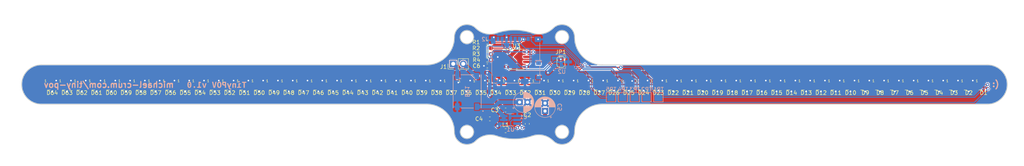
<source format=kicad_pcb>
(kicad_pcb (version 20221018) (generator pcbnew)
  (layers (0 "F.Cu" signal) (31 "B.Cu" signal) (34 "B.Paste" user) (35 "F.Paste" user) (36 "B.SilkS" user "B.Silkscreen") (37 "F.SilkS" user "F.Silkscreen") (38 "B.Mask" user) (39 "F.Mask" user) (44 "Edge.Cuts" user))
  (net 0 "")
  (net 1 "GND")
  (net 2 "SD_SCK")
  (net 3 "Vdd")
  (net 4 "SD_MOSI")
  (net 5 "LED_DATA")
  (net 6 "LED_CLK")
  (net 7 "SD_MISO")
  (net 8 "apa_led_53_54_CK")
  (net 9 "V_rect_plus")
  (net 10 "apa_led_53_54_SD")
  (net 11 "SW")
  (net 12 "HALL_DATA")
  (net 13 "Vac_a")
  (net 14 "Vac_b")
  (net 15 "BST")
  (net 16 "apa_led_52_53_SD")
  (net 17 "apa_led_52_53_CK")
  (net 18 "apa_led_51_52_SD")
  (net 19 "apa_led_51_52_CK")
  (net 20 "apa_led_50_51_SD")
  (net 21 "apa_led_50_51_CK")
  (net 22 "apa_led_49_50_SD")
  (net 23 "apa_led_49_50_CK")
  (net 24 "apa_led_48_49_SD")
  (net 25 "apa_led_48_49_CK")
  (net 26 "apa_led_4_5_CK")
  (net 27 "apa_led_4_5_SD")
  (net 28 "apa_led_3_4_SD")
  (net 29 "apa_led_3_4_CK")
  (net 30 "apa_led_47_48_SD")
  (net 31 "apa_led_47_48_CK")
  (net 32 "apa_led_46_47_SD")
  (net 33 "apa_led_46_47_CK")
  (net 34 "apa_led_45_46_SD")
  (net 35 "apa_led_45_46_CK")
  (net 36 "apa_led_44_45_SD")
  (net 37 "apa_led_44_45_CK")
  (net 38 "apa_led_43_44_SD")
  (net 39 "apa_led_43_44_CK")
  (net 40 "apa_led_42_43_SD")
  (net 41 "apa_led_42_43_CK")
  (net 42 "apa_led_41_42_CK")
  (net 43 "apa_led_41_42_SD")
  (net 44 "apa_led_40_41_SD")
  (net 45 "apa_led_40_41_CK")
  (net 46 "apa_led_54_55_CK")
  (net 47 "apa_led_54_55_SD")
  (net 48 "apa_led_55_56_CK")
  (net 49 "apa_led_55_56_SD")
  (net 50 "apa_led_56_57_CK")
  (net 51 "apa_led_56_57_SD")
  (net 52 "apa_led_57_58_CK")
  (net 53 "apa_led_57_58_SD")
  (net 54 "apa_led_58_59_CK")
  (net 55 "apa_led_58_59_SD")
  (net 56 "apa_led_5_6_CK")
  (net 57 "apa_led_5_6_SD")
  (net 58 "apa_led_59_60_CK")
  (net 59 "apa_led_59_60_SD")
  (net 60 "apa_led_60_61_CK")
  (net 61 "apa_led_60_61_SD")
  (net 62 "apa_led_61_62_CK")
  (net 63 "apa_led_61_62_SD")
  (net 64 "apa_led_62_63_CK")
  (net 65 "apa_led_62_63_SD")
  (net 66 "apa_led_6_7_CK")
  (net 67 "apa_led_6_7_SD")
  (net 68 "apa_led_7_8_CK")
  (net 69 "apa_led_7_8_SD")
  (net 70 "apa_led_8_9_CK")
  (net 71 "apa_led_8_9_SD")
  (net 72 "apa_led_16_17_CK")
  (net 73 "apa_led_16_17_SD")
  (net 74 "apa_led_15_16_SD")
  (net 75 "apa_led_15_16_CK")
  (net 76 "apa_led_24_25_CK")
  (net 77 "apa_led_24_25_SD")
  (net 78 "apa_led_23_24_SD")
  (net 79 "apa_led_23_24_CK")
  (net 80 "apa_led_22_23_SD")
  (net 81 "apa_led_22_23_CK")
  (net 82 "apa_led_21_22_SD")
  (net 83 "apa_led_21_22_CK")
  (net 84 "apa_led_20_21_SD")
  (net 85 "apa_led_20_21_CK")
  (net 86 "apa_led_19_20_SD")
  (net 87 "apa_led_19_20_CK")
  (net 88 "apa_led_18_19_SD")
  (net 89 "apa_led_18_19_CK")
  (net 90 "apa_led_1_2_CK")
  (net 91 "apa_led_1_2_SD")
  (net 92 "apa_led_0_1_SD")
  (net 93 "apa_led_0_1_CK")
  (net 94 "apa_led_17_18_SD")
  (net 95 "apa_led_17_18_CK")
  (net 96 "apa_led_39_40_SD")
  (net 97 "apa_led_39_40_CK")
  (net 98 "apa_led_14_15_SD")
  (net 99 "apa_led_14_15_CK")
  (net 100 "apa_led_13_14_SD")
  (net 101 "apa_led_13_14_CK")
  (net 102 "apa_led_12_13_SD")
  (net 103 "apa_led_12_13_CK")
  (net 104 "apa_led_11_12_SD")
  (net 105 "apa_led_11_12_CK")
  (net 106 "apa_led_10_11_SD")
  (net 107 "apa_led_10_11_CK")
  (net 108 "apa_led_9_10_SD")
  (net 109 "apa_led_9_10_CK")
  (net 110 "apa_led_26_27_CK")
  (net 111 "apa_led_26_27_SD")
  (net 112 "apa_led_25_26_SD")
  (net 113 "apa_led_25_26_CK")
  (net 114 "apa_led_38_39_SD")
  (net 115 "apa_led_38_39_CK")
  (net 116 "apa_led_2_3_SD")
  (net 117 "apa_led_2_3_CK")
  (net 118 "apa_led_37_38_SD")
  (net 119 "apa_led_37_38_CK")
  (net 120 "apa_led_36_37_SD")
  (net 121 "apa_led_36_37_CK")
  (net 122 "apa_led_35_36_SD")
  (net 123 "apa_led_35_36_CK")
  (net 124 "apa_led_34_35_SD")
  (net 125 "apa_led_34_35_CK")
  (net 126 "apa_led_33_34_SD")
  (net 127 "apa_led_33_34_CK")
  (net 128 "apa_led_32_33_SD")
  (net 129 "apa_led_32_33_CK")
  (net 130 "apa_led_31_32_SD")
  (net 131 "apa_led_31_32_CK")
  (net 132 "apa_led_30_31_SD")
  (net 133 "apa_led_30_31_CK")
  (net 134 "apa_led_29_30_SD")
  (net 135 "apa_led_29_30_CK")
  (net 136 "apa_led_28_29_SD")
  (net 137 "apa_led_28_29_CK")
  (net 138 "apa_led_27_28_SD")
  (net 139 "apa_led_27_28_CK")
  (net 140 "SD_CS")
  (footprint "tiny_pov_footprints:PinHeader_1x02" (layer "F.Cu") (at 134.46 99.75 90)
    (fp_text reference "J1")
    (fp_text value "Conn_01x02_Socket")
  )
  (footprint "tiny_pov_footprints:LED-APA102-2020" (layer "F.Cu") (at 224 105)
    (fp_text reference "D13")
    (fp_text value "APA102-2020")
  )
  (footprint "tiny_pov_footprints:LED-APA102-2020" (layer "F.Cu") (at 235.25 105)
    (fp_text reference "D10")
    (fp_text value "APA102-2020")
  )
  (footprint "tiny_pov_footprints:LED-APA102-2020" (layer "F.Cu") (at 100.25 105)
    (fp_text reference "D46")
    (fp_text value "APA102-2020")
  )
  (footprint "tiny_pov_footprints:C_0603_hand_solder" (layer "F.Cu") (at 143.75 113.75 180)
    (fp_text reference "C4")
    (fp_text value "22 uF")
  )
  (footprint "tiny_pov_footprints:LED-APA102-2020" (layer "F.Cu") (at 197.75 105)
    (fp_text reference "D20")
    (fp_text value "APA102-2020")
  )
  (footprint "tiny_pov_footprints:LED-APA102-2020" (layer "F.Cu") (at 246.5 105)
    (fp_text reference "D7")
    (fp_text value "APA102-2020")
  )
  (footprint "tiny_pov_footprints:LED-APA102-2020" (layer "F.Cu") (at 70.25 105)
    (fp_text reference "D54")
    (fp_text value "APA102-2020")
  )
  (footprint "tiny_pov_footprints:R_0603_hand_solder" (layer "F.Cu") (at 143.1125 95.75 180)
    (fp_text reference "R2")
    (fp_text value "47k")
  )
  (footprint "tiny_pov_footprints:LED-APA102-2020" (layer "F.Cu") (at 239 105)
    (fp_text reference "D9")
    (fp_text value "APA102-2020")
  )
  (footprint "tiny_pov_footprints:LED-APA102-2020" (layer "F.Cu") (at 261.5 105)
    (fp_text reference "D3")
    (fp_text value "APA102-2020")
  )
  (footprint "tiny_pov_footprints:SolderJumper" (layer "F.Cu") (at 161.75 99.25 -90)
    (fp_text reference "JP1")
    (fp_text value "SolderJumper_2_Open")
  )
  (footprint "tiny_pov_footprints:LED-APA102-2020" (layer "F.Cu") (at 59 105)
    (fp_text reference "D57")
    (fp_text value "APA102-2020")
  )
  (footprint "tiny_pov_footprints:LED-APA102-2020" (layer "F.Cu") (at 119 105)
    (fp_text reference "D41")
    (fp_text value "APA102-2020")
  )
  (footprint "tiny_pov_footprints:R_0603_hand_solder" (layer "F.Cu") (at 143.1125 97.25 180)
    (fp_text reference "R3")
    (fp_text value "47k")
  )
  (footprint "tiny_pov_footprints:LED-APA102-2020" (layer "F.Cu") (at 47.75 105)
    (fp_text reference "D60")
    (fp_text value "APA102-2020")
  )
  (footprint "tiny_pov_footprints:LED-APA102-2020" (layer "F.Cu") (at 51.5 105)
    (fp_text reference "D59")
    (fp_text value "APA102-2020")
  )
  (footprint "tiny_pov_footprints:R_0603_hand_solder" (layer "F.Cu") (at 143.1125 94.25)
    (fp_text reference "R1")
    (fp_text value "10k")
  )
  (footprint "tiny_pov_footprints:STM32_SO_8N" (layer "F.Cu") (at 150.5 98.595)
    (fp_text reference "U3")
    (fp_text value "STM32G030J6Mx")
  )
  (footprint "tiny_pov_footprints:LED-APA102-2020" (layer "F.Cu") (at 179 105)
    (fp_text reference "D25")
    (fp_text value "APA102-2020")
  )
  (footprint "tiny_pov_footprints:LED-APA102-2020" (layer "F.Cu") (at 141.5 105)
    (fp_text reference "D35")
    (fp_text value "APA102-2020")
  )
  (footprint "tiny_pov_footprints:LED-APA102-2020" (layer "F.Cu") (at 149 105)
    (fp_text reference "D33")
    (fp_text value "APA102-2020")
  )
  (footprint "tiny_pov_footprints:LED-APA102-2020" (layer "F.Cu") (at 216.5 105)
    (fp_text reference "D15")
    (fp_text value "APA102-2020")
  )
  (footprint "tiny_pov_footprints:LED-APA102-2020" (layer "F.Cu") (at 89 105)
    (fp_text reference "D49")
    (fp_text value "APA102-2020")
  )
  (footprint "tiny_pov_footprints:LED-APA102-2020" (layer "F.Cu") (at 66.5 105)
    (fp_text reference "D55")
    (fp_text value "APA102-2020")
  )
  (footprint "tiny_pov_footprints:LED-APA102-2020" (layer "F.Cu") (at 92.75 105)
    (fp_text reference "D48")
    (fp_text value "APA102-2020")
  )
  (footprint "tiny_pov_footprints:LED-APA102-2020" (layer "F.Cu") (at 250.25 105)
    (fp_text reference "D6")
    (fp_text value "APA102-2020")
  )
  (footprint "tiny_pov_footprints:LED-APA102-2020" (layer "F.Cu") (at 257.75 105)
    (fp_text reference "D4")
    (fp_text value "APA102-2020")
  )
  (footprint "tiny_pov_footprints:LED-APA102-2020" (layer "F.Cu") (at 44 105)
    (fp_text reference "D61")
    (fp_text value "APA102-2020")
  )
  (footprint "tiny_pov_footprints:LED-APA102-2020" (layer "F.Cu") (at 77.75 105)
    (fp_text reference "D52")
    (fp_text value "APA102-2020")
  )
  (footprint "tiny_pov_footprints:LED-APA102-2020" (layer "F.Cu") (at 186.5 105)
    (fp_text reference "D23")
    (fp_text value "APA102-2020")
  )
  (footprint "tiny_pov_footprints:LED-APA102-2020" (layer "F.Cu") (at 62.75 105)
    (fp_text reference "D56")
    (fp_text value "APA102-2020")
  )
  (footprint "tiny_pov_footprints:LED-APA102-2020" (layer "F.Cu") (at 32.75 105)
    (fp_text reference "D64")
    (fp_text value "APA102-2020")
  )
  (footprint "tiny_pov_footprints:LED-APA102-2020" (layer "F.Cu") (at 126.5 105)
    (fp_text reference "D39")
    (fp_text value "APA102-2020")
  )
  (footprint "tiny_pov_footprints:LED-APA102-2020" (layer "F.Cu") (at 160.25 105)
    (fp_text reference "D30")
    (fp_text value "APA102-2020")
  )
  (footprint "tiny_pov_footprints:LED-APA102-2020" (layer "F.Cu") (at 205.25 105)
    (fp_text reference "D18")
    (fp_text value "APA102-2020")
  )
  (footprint "tiny_pov_footprints:LED-APA102-2020" (layer "F.Cu") (at 182.75 105)
    (fp_text reference "D24")
    (fp_text value "APA102-2020")
  )
  (footprint "tiny_pov_footprints:LED-APA102-2020" (layer "F.Cu") (at 152.75 105)
    (fp_text reference "D32")
    (fp_text value "APA102-2020")
  )
  (footprint "tiny_pov_footprints:LED-APA102-2020" (layer "F.Cu") (at 212.75 105)
    (fp_text reference "D16")
    (fp_text value "APA102-2020")
  )
  (footprint "tiny_pov_footprints:LED-APA102-2020" (layer "F.Cu") (at 122.75 105)
    (fp_text reference "D40")
    (fp_text value "APA102-2020")
  )
  (footprint "tiny_pov_footprints:LED-APA102-2020" (layer "F.Cu") (at 134 105)
    (fp_text reference "D37")
    (fp_text value "APA102-2020")
  )
  (footprint "tiny_pov_footprints:LED-APA102-2020" (layer "F.Cu") (at 104 105)
    (fp_text reference "D45")
    (fp_text value "APA102-2020")
  )
  (footprint "tiny_pov_footprints:LED-APA102-2020" (layer "F.Cu") (at 254 105)
    (fp_text reference "D5")
    (fp_text value "APA102-2020")
  )
  (footprint "tiny_pov_footprints:LED-APA102-2020" (layer "F.Cu") (at 107.75 105)
    (fp_text reference "D44")
    (fp_text value "APA102-2020")
  )
  (footprint "tiny_pov_footprints:LED-APA102-2020" (layer "F.Cu") (at 85.25 105)
    (fp_text reference "D50")
    (fp_text value "APA102-2020")
  )
  (footprint "tiny_pov_footprints:LED-APA102-2020" (layer "F.Cu") (at 145.25 105)
    (fp_text reference "D34")
    (fp_text value "APA102-2020")
  )
  (footprint "tiny_pov_footprints:LED-APA102-2020" (layer "F.Cu") (at 220.25 105)
    (fp_text reference "D14")
    (fp_text value "APA102-2020")
  )
  (footprint "tiny_pov_footprints:LED-APA102-2020" (layer "F.Cu") (at 111.5 105)
    (fp_text reference "D43")
    (fp_text value "APA102-2020")
  )
  (footprint "tiny_pov_footprints:LED-APA102-2020" (layer "F.Cu") (at 81.5 105)
    (fp_text reference "D51")
    (fp_text value "APA102-2020")
  )
  (footprint "tiny_pov_footprints:LED-APA102-2020" (layer "F.Cu") (at 194 105)
    (fp_text reference "D21")
    (fp_text value "APA102-2020")
  )
  (footprint "tiny_pov_footprints:LED-APA102-2020" (layer "F.Cu") (at 265.25 105)
    (fp_text reference "D2")
    (fp_text value "APA102-2020")
  )
  (footprint "tiny_pov_footprints:LED-APA102-2020" (layer "F.Cu") (at 167.75 105)
    (fp_text reference "D28")
    (fp_text value "APA102-2020")
  )
  (footprint "tiny_pov_footprints:LED-APA102-2020" (layer "F.Cu") (at 242.75 105)
    (fp_text reference "D8")
    (fp_text value "APA102-2020")
  )
  (footprint "tiny_pov_footprints:LED-APA102-2020" (layer "F.Cu") (at 269 105)
    (fp_text reference "D1")
    (fp_text value "APA102-2020")
  )
  (footprint "tiny_pov_footprints:LED-APA102-2020" (layer "F.Cu") (at 231.5 105)
    (fp_text reference "D11")
    (fp_text value "APA102-2020")
  )
  (footprint "tiny_pov_footprints:LED-APA102-2020" (layer "F.Cu") (at 175.25 105)
    (fp_text reference "D26")
    (fp_text value "APA102-2020")
  )
  (footprint "tiny_pov_footprints:C_0603_hand_solder" (layer "F.Cu") (at 153.25 115 90)
    (fp_text reference "C2")
    (fp_text value "100 nF")
  )
  (footprint "tiny_pov_footprints:LED-APA102-2020" (layer "F.Cu") (at 36.5 105)
    (fp_text reference "D63")
    (fp_text value "APA102-2020")
  )
  (footprint "tiny_pov_footprints:LED-APA102-2020" (layer "F.Cu") (at 137.75 105)
    (fp_text reference "D36")
    (fp_text value "APA102-2020")
  )
  (footprint "tiny_pov_footprints:LED-APA102-2020" (layer "F.Cu") (at 201.5 105)
    (fp_text reference "D19")
    (fp_text value "APA102-2020")
  )
  (footprint "tiny_pov_footprints:LED-APA102-2020" (layer "F.Cu") (at 171.5 105)
    (fp_text reference "D27")
    (fp_text value "APA102-2020")
  )
  (footprint "tiny_pov_footprints:LED-APA102-2020" (layer "F.Cu") (at 74 105)
    (fp_text reference "D53")
    (fp_text value "APA102-2020")
  )
  (footprint "tiny_pov_footprints:LED-APA102-2020" (layer "F.Cu") (at 130.25 105)
    (fp_text reference "D38")
    (fp_text value "APA102-2020")
  )
  (footprint "tiny_pov_footprints:C_0603_hand_solder" (layer "F.Cu") (at 143.1125 100.25 180)
    (fp_text reference "C6")
    (fp_text value "100 nF")
  )
  (footprint "tiny_pov_footprints:R_0603_hand_solder" (layer "F.Cu") (at 143.1125 98.75 180)
    (fp_text reference "R4")
    (fp_text value "47k")
  )
  (footprint "tiny_pov_footprints:LED-APA102-2020" (layer "F.Cu") (at 40.25 105)
    (fp_text reference "D62")
    (fp_text value "APA102-2020")
  )
  (footprint "tiny_pov_footprints:LED-APA102-2020" (layer "F.Cu") (at 227.75 105)
    (fp_text reference "D12")
    (fp_text value "APA102-2020")
  )
  (footprint "tiny_pov_footprints:C_0603_hand_solder" (layer "F.Cu") (at 147.75 111.5)
    (fp_text reference "C3")
    (fp_text value "22 uF")
  )
  (footprint "tiny_pov_footprints:LED-APA102-2020" (layer "F.Cu") (at 190.25 105)
    (fp_text reference "D22")
    (fp_text value "APA102-2020")
  )
  (footprint "tiny_pov_footprints:LED-APA102-2020" (layer "F.Cu") (at 115.25 105)
    (fp_text reference "D42")
    (fp_text value "APA102-2020")
  )
  (footprint "tiny_pov_footprints:LED-APA102-2020" (layer "F.Cu") (at 96.5 105)
    (fp_text reference "D47")
    (fp_text value "APA102-2020")
  )
  (footprint "tiny_pov_footprints:LED-APA102-2020" (layer "F.Cu") (at 156.5 105)
    (fp_text reference "D31")
    (fp_text value "APA102-2020")
  )
  (footprint "tiny_pov_footprints:LED-APA102-2020" (layer "F.Cu") (at 209 105)
    (fp_text reference "D17")
    (fp_text value "APA102-2020")
  )
  (footprint "tiny_pov_footprints:L_0603_hand_solder" (layer "F.Cu") (at 147.75 116.75 180)
    (fp_text reference "L1")
    (fp_text value "6.8uH")
  )
  (footprint "tiny_pov_footprints:LED-APA102-2020" (layer "F.Cu") (at 55.25 105)
    (fp_text reference "D58")
    (fp_text value "APA102-2020")
  )
  (footprint "tiny_pov_footprints:LED-APA102-2020" (layer "F.Cu") (at 164 105)
    (fp_text reference "D29")
    (fp_text value "APA102-2020")
  )
  (footprint "tiny_pov_footprints:TestPoint_Pad" (layer "B.Cu") (at 183.5 108.25 180)
    (fp_text reference "TP2")
    (fp_text value "TestPoint")
  )
  (footprint "tiny_pov_footprints:TestPoint_Pad" (layer "B.Cu") (at 180.5 108.25 180)
    (fp_text reference "TP3")
    (fp_text value "TestPoint")
  )
  (footprint "tiny_pov_footprints:TestPoint_Pad" (layer "B.Cu") (at 177.5 108.25 180)
    (fp_text reference "TP4")
    (fp_text value "TestPoint")
  )
  (footprint "tiny_pov_footprints:DBF_DIO" (layer "B.Cu") (at 138 106.75 90)
    (fp_text reference "BR1")
    (fp_text value "DBF310-13")
  )
  (footprint "tiny_pov_footprints:TestPoint_Pad" (layer "B.Cu") (at 186.5 108.25 180)
    (fp_text reference "TP1")
    (fp_text value "TestPoint")
  )
  (footprint "tiny_pov_footprints:C_polarized_TH" (layer "B.Cu") (at 151.294888 109.5)
    (fp_text reference "C1")
    (fp_text value "? uF")
  )
  (footprint "tiny_pov_footprints:microSD" (layer "B.Cu") (at 150.355 98.8375 180)
    (fp_text reference "J2")
    (fp_text value "SdHolder")
  )
  (footprint "tiny_pov_footprints:TestPoint_Pad" (layer "B.Cu") (at 174.5 108.25 180)
    (fp_text reference "TP5")
    (fp_text value "TestPoint")
  )
  (footprint "tiny_pov_footprints:TSOT-23-6_HandSoldering" (layer "B.Cu") (at 149 114)
    (fp_text reference "U1")
    (fp_text value "AP63203WU")
  )
  (footprint "tiny_pov_footprints:SC-59_Handsoldering" (layer "B.Cu") (at 162 99.25)
    (fp_text reference "U2")
    (fp_text value "AH1806W")
  )
  (footprint "tiny_pov_footprints:C_polarized_TH" (layer "B.Cu") (at 157.75 111.75 90)
    (fp_text reference "C5")
    (fp_text value "100 uF")
  )
  (gr_arc (start 270 100) (mid 275 105) (end 270 110) (stroke (width 0.2)) (layer "Edge.Cuts"))
  (gr_arc (start 165.256171 117.056171) (mid 163.28077 120.01259) (end 159.793429 119.318912) (stroke (width 0.2)) (layer "Edge.Cuts"))
  (gr_circle (center 162.056171 117.056171) (end 163.756171 117.056171) (stroke (width 0.2)) (fill none) (layer "Edge.Cuts"))
  (gr_arc (start 145.495326 91.903038) (mid 142.675816 92.050075) (end 140.206571 90.681088) (stroke (width 0.2)) (layer "Edge.Cuts"))
  (gr_arc (start 134.743829 92.943829) (mid 132.677125 97.933295) (end 127.687659 100) (stroke (width 0.2)) (layer "Edge.Cuts"))
  (gr_line (start 270 100) (end 172.312341 100) (stroke (width 0.2)) (layer "Edge.Cuts"))
  (gr_circle (center 162.056171 92.943829) (end 163.756171 92.943829) (stroke (width 0.2)) (fill none) (layer "Edge.Cuts"))
  (gr_circle (center 137.943829 117.056171) (end 139.643829 117.056171) (stroke (width 0.2)) (fill none) (layer "Edge.Cuts"))
  (gr_line (start 127.687659 110) (end 30 110) (stroke (width 0.2)) (layer "Edge.Cuts"))
  (gr_line (start 270 110) (end 172.312341 110) (stroke (width 0.2)) (layer "Edge.Cuts"))
  (gr_circle (center 137.943829 92.943829) (end 139.643829 92.943829) (stroke (width 0.2)) (fill none) (layer "Edge.Cuts"))
  (gr_arc (start 172.312341 100) (mid 167.322838 97.933312) (end 165.256171 92.943829) (stroke (width 0.2)) (layer "Edge.Cuts"))
  (gr_arc (start 145.495326 91.903038) (mid 150 91.15) (end 154.504674 91.903038) (stroke (width 0.2)) (layer "Edge.Cuts"))
  (gr_arc (start 165.256171 117.056171) (mid 167.322888 112.066739) (end 172.312341 110) (stroke (width 0.2)) (layer "Edge.Cuts"))
  (gr_arc (start 140.206571 119.318912) (mid 142.67581 117.949901) (end 145.495326 118.096962) (stroke (width 0.2)) (layer "Edge.Cuts"))
  (gr_arc (start 134.743829 92.943829) (mid 136.71923 89.98741) (end 140.206571 90.681088) (stroke (width 0.2)) (layer "Edge.Cuts"))
  (gr_arc (start 154.504674 118.096962) (mid 150 118.85) (end 145.495326 118.096962) (stroke (width 0.2)) (layer "Edge.Cuts"))
  (gr_arc (start 30 110) (mid 25 105) (end 30 100) (stroke (width 0.2)) (layer "Edge.Cuts"))
  (gr_arc (start 159.793429 90.681088) (mid 157.32419 92.050099) (end 154.504674 91.903038) (stroke (width 0.2)) (layer "Edge.Cuts"))
  (gr_arc (start 159.793429 90.681088) (mid 163.280781 89.987383) (end 165.256171 92.943829) (stroke (width 0.2)) (layer "Edge.Cuts"))
  (gr_arc (start 127.687659 110) (mid 132.677162 112.066688) (end 134.743829 117.056171) (stroke (width 0.2)) (layer "Edge.Cuts"))
  (gr_arc (start 154.504674 118.096962) (mid 157.324184 117.949925) (end 159.793429 119.318912) (stroke (width 0.2)) (layer "Edge.Cuts"))
  (gr_arc (start 140.206571 119.318912) (mid 136.719219 120.012617) (end 134.743829 117.056171) (stroke (width 0.2)) (layer "Edge.Cuts"))
  (gr_line (start 127.687659 100) (end 30 100) (stroke (width 0.2)) (layer "Edge.Cuts"))
  (gr_text ":)" (at 271 105.75) (layer "B.SilkS") (effects (font (size 1.5 1.5) (thickness 0.3) bold) (justify left bottom)))
  (gr_text "michael-crum.com/tiny-pov" (at 63.78 105.94) (layer "B.SilkS") (effects (font (size 1.5 1.5) (thickness 0.3) bold) (justify left bottom mirror)))
  (gr_text "TinyPOV v1.0" (at 82.07 106.09) (layer "B.SilkS") (effects (font (size 1.5 1.5) (thickness 0.3) bold) (justify left bottom mirror)))
  (segment (start 265.25 106.75) (end 265.25 105.59) (width 0.25) (layer "F.Cu") (net 1))
  (segment (start 266.15 104.1) (end 266.25 104) (width 0.25) (layer "F.Cu") (net 1))
  (segment (start 266.1 104.1) (end 266.15 104.1) (width 0.25) (layer "F.Cu") (net 1))
  (via (at 213.75 104) (size 0.8) (drill 0.4) (layers "F.Cu" "B.Cu") (net 1))
  (via (at 55.25 106.75) (size 0.8) (drill 0.4) (layers "F.Cu" "B.Cu") (net 1))
  (via (at 45 104) (size 0.8) (drill 0.4) (layers "F.Cu" "B.Cu") (net 1))
  (via (at 187.5 104) (size 0.8) (drill 0.4) (layers "F.Cu" "B.Cu") (net 1))
  (via (at 40.25 106.75) (size 0.8) (drill 0.4) (layers "F.Cu" "B.Cu") (net 1))
  (via (at 156 93.5) (size 0.8) (drill 0.4) (layers "F.Cu" "B.Cu") (net 1))
  (via (at 71.25 104) (size 0.8) (drill 0.4) (layers "F.Cu" "B.Cu") (net 1))
  (via (at 75 104) (size 0.8) (drill 0.4) (layers "F.Cu" "B.Cu") (net 1))
  (via (at 156.5 106.75) (size 0.8) (drill 0.4) (layers "F.Cu" "B.Cu") (net 1))
  (via (at 165 104) (size 0.8) (drill 0.4) (layers "F.Cu" "B.Cu") (net 1))
  (via (at 135.75 104.5) (size 0.8) (drill 0.4) (layers "F.Cu" "B.Cu") (net 1))
  (via (at 134 106.75) (size 0.8) (drill 0.4) (layers "F.Cu" "B.Cu") (net 1))
  (via (at 116.25 104) (size 0.8) (drill 0.4) (layers "F.Cu" "B.Cu") (net 1))
  (via (at 41.25 104) (size 0.8) (drill 0.4) (layers "F.Cu" "B.Cu") (net 1))
  (via (at 90 104) (size 0.8) (drill 0.4) (layers "F.Cu" "B.Cu") (net 1))
  (via (at 240 104) (size 0.8) (drill 0.4) (layers "F.Cu" "B.Cu") (net 1))
  (via (at 239 106.75) (size 0.8) (drill 0.4) (layers "F.Cu" "B.Cu") (net 1))
  (via (at 265.25 106.75) (size 0.8) (drill 0.4) (layers "F.Cu" "B.Cu") (net 1))
  (via (at 179.849996 104.100002) (size 0.8) (drill 0.4) (layers "F.Cu" "B.Cu") (net 1))
  (via (at 138.75 104) (size 0.8) (drill 0.4) (layers "F.Cu" "B.Cu") (net 1))
  (via (at 257.75 106.75) (size 0.8) (drill 0.4) (layers "F.Cu" "B.Cu") (net 1))
  (via (at 182.750069 106.546031) (size 0.8) (drill 0.4) (layers "F.Cu" "B.Cu") (net 1))
  (via (at 48.75 104) (size 0.8) (drill 0.4) (layers "F.Cu" "B.Cu") (net 1))
  (via (at 242.75 106.75) (size 0.8) (drill 0.4) (layers "F.Cu" "B.Cu") (net 1))
  (via (at 176.25 104) (size 0.8) (drill 0.4) (layers "F.Cu" "B.Cu") (net 1))
  (via (at 112.5 104) (size 0.8) (drill 0.4) (layers "F.Cu" "B.Cu") (net 1))
  (via (at 107.75 106.75) (size 0.8) (drill 0.4) (layers "F.Cu" "B.Cu") (net 1))
  (via (at 243.75 104) (size 0.8) (drill 0.4) (layers "F.Cu" "B.Cu") (net 1))
  (via (at 56.25 104) (size 0.8) (drill 0.4) (layers "F.Cu" "B.Cu") (net 1))
  (via (at 59 106.75) (size 0.8) (drill 0.4) (layers "F.Cu" "B.Cu") (net 1))
  (via (at 119 106.75) (size 0.8) (drill 0.4) (layers "F.Cu" "B.Cu") (net 1))
  (via (at 120 104) (size 0.8) (drill 0.4) (layers "F.Cu" "B.Cu") (net 1))
  (via (at 246.5 106.75) (size 0.8) (drill 0.4) (layers "F.Cu" "B.Cu") (net 1))
  (via (at 210 104) (size 0.8) (drill 0.4) (layers "F.Cu" "B.Cu") (net 1))
  (via (at 152.75 106.75) (size 0.8) (drill 0.4) (layers "F.Cu" "B.Cu") (net 1))
  (via (at 78.75 104) (size 0.8) (drill 0.4) (layers "F.Cu" "B.Cu") (net 1))
  (via (at 144.75 93) (size 0.8) (drill 0.4) (layers "F.Cu" "B.Cu") (net 1))
  (via (at 111.5 106.75) (size 0.8) (drill 0.4) (layers "F.Cu" "B.Cu") (net 1))
  (via (at 216.5 106.75) (size 0.8) (drill 0.4) (layers "F.Cu" "B.Cu") (net 1))
  (via (at 183.75 104) (size 0.8) (drill 0.4) (layers "F.Cu" "B.Cu") (net 1))
  (via (at 262.5 104) (size 0.8) (drill 0.4) (layers "F.Cu" "B.Cu") (net 1))
  (via (at 202.5 104) (size 0.8) (drill 0.4) (layers "F.Cu" "B.Cu") (net 1))
  (via (at 168.75 104) (size 0.8) (drill 0.4) (layers "F.Cu" "B.Cu") (net 1))
  (via (at 255 104) (size 0.8) (drill 0.4) (layers "F.Cu" "B.Cu") (net 1))
  (via (at 161.25 104) (size 0.8) (drill 0.4) (layers "F.Cu" "B.Cu") (net 1))
  (via (at 85.25 106.75) (size 0.8) (drill 0.4) (layers "F.Cu" "B.Cu") (net 1))
  (via (at 194 106.75) (size 0.8) (drill 0.4) (layers "F.Cu" "B.Cu") (net 1))
  (via (at 51.5 106.75) (size 0.8) (drill 0.4) (layers "F.Cu" "B.Cu") (net 1))
  (via (at 93.75 104) (size 0.8) (drill 0.4) (layers "F.Cu" "B.Cu") (net 1))
  (via (at 142.25 100.25) (size 0.8) (drill 0.4) (layers "F.Cu" "B.Cu") (net 1))
  (via (at 251.25 104) (size 0.8) (drill 0.4) (layers "F.Cu" "B.Cu") (net 1))
  (via (at 52.5 104) (size 0.8) (drill 0.4) (layers "F.Cu" "B.Cu") (net 1))
  (via (at 67.5 104) (size 0.8) (drill 0.4) (layers "F.Cu" "B.Cu") (net 1))
  (via (at 224 106.75) (size 0.8) (drill 0.4) (layers "F.Cu" "B.Cu") (net 1))
  (via (at 63.75 104) (size 0.8) (drill 0.4) (layers "F.Cu" "B.Cu") (net 1))
  (via (at 228.75 104) (size 0.8) (drill 0.4) (layers "F.Cu" "B.Cu") (net 1))
  (via (at 220.25 106.75) (size 0.8) (drill 0.4) (layers "F.Cu" "B.Cu") (net 1))
  (via (at 89 106.75) (size 0.8) (drill 0.4) (layers "F.Cu" "B.Cu") (net 1))
  (via (at 137.75 106.75) (size 0.8) (drill 0.4) (layers "F.Cu" "B.Cu") (net 1))
  (via (at 205.25 106.75) (size 0.8) (drill 0.4) (layers "F.Cu" "B.Cu") (net 1))
  (via (at 123.75 104) (size 0.8) (drill 0.4) (layers "F.Cu" "B.Cu") (net 1))
  (via (at 247.5 104) (size 0.8) (drill 0.4) (layers "F.Cu" "B.Cu") (net 1))
  (via (at 235.25 106.75) (size 0.8) (drill 0.4) (layers "F.Cu" "B.Cu") (net 1))
  (via (at 33.75 104) (size 0.8) (drill 0.4) (layers "F.Cu" "B.Cu") (net 1))
  (via (at 191.25 104) (size 0.8) (drill 0.4) (layers "F.Cu" "B.Cu") (net 1))
  (via (at 101.25 104) (size 0.8) (drill 0.4) (layers "F.Cu" "B.Cu") (net 1))
  (via (at 153.75 104) (size 0.8) (drill 0.4) (layers "F.Cu" "B.Cu") (net 1))
  (via (at 209 106.75) (size 0.8) (drill 0.4) (layers "F.Cu" "B.Cu") (net 1))
  (via (at 221.25 104) (size 0.8) (drill 0.4) (layers "F.Cu" "B.Cu") (net 1))
  (via (at 167.75 106.75) (size 0.8) (drill 0.4) (layers "F.Cu" "B.Cu") (net 1))
  (via (at 97.5 104) (size 0.8) (drill 0.4) (layers "F.Cu" "B.Cu") (net 1))
  (via (at 81.5 106.75) (size 0.8) (drill 0.4) (layers "F.Cu" "B.Cu") (net 1))
  (via (at 47.75 106.75) (size 0.8) (drill 0.4) (layers "F.Cu" "B.Cu") (net 1))
  (via (at 104 106.75) (size 0.8) (drill 0.4) (layers "F.Cu" "B.Cu") (net 1))
  (via (at 145.75 98) (size 0.8) (drill 0.4) (layers "F.Cu" "B.Cu") (net 1))
  (via (at 122.75 106.75) (size 0.8) (drill 0.4) (layers "F.Cu" "B.Cu") (net 1))
  (via (at 127.5 104) (size 0.8) (drill 0.4) (layers "F.Cu" "B.Cu") (net 1))
  (via (at 142.5 104) (size 0.8) (drill 0.4) (layers "F.Cu" "B.Cu") (net 1))
  (via (at 206.25 104) (size 0.8) (drill 0.4) (layers "F.Cu" "B.Cu") (net 1))
  (via (at 92.75 106.75) (size 0.8) (drill 0.4) (layers "F.Cu" "B.Cu") (net 1))
  (via (at 141.5 106.75) (size 0.8) (drill 0.4) (layers "F.Cu" "B.Cu") (net 1))
  (via (at 44 106.75) (size 0.8) (drill 0.4) (layers "F.Cu" "B.Cu") (net 1))
  (via (at 160.25 106.75) (size 0.8) (drill 0.4) (layers "F.Cu" "B.Cu") (net 1))
  (via (at 32.75 106.75) (size 0.8) (drill 0.4) (layers "F.Cu" "B.Cu") (net 1))
  (via (at 70.25 106.75) (size 0.8) (drill 0.4) (layers "F.Cu" "B.Cu") (net 1))
  (via (at 198.75 104) (size 0.8) (drill 0.4) (layers "F.Cu" "B.Cu") (net 1))
  (via (at 175.249931 106.546031) (size 0.8) (drill 0.4) (layers "F.Cu" "B.Cu") (net 1))
  (via (at 115.25 106.75) (size 0.8) (drill 0.4) (layers "F.Cu" "B.Cu") (net 1))
  (via (at 148 93) (size 0.8) (drill 0.4) (layers "F.Cu" "B.Cu") (net 1))
  (via (at 195 104) (size 0.8) (drill 0.4) (layers "F.Cu" "B.Cu") (net 1))
  (via (at 145.25 106.75) (size 0.8) (drill 0.4) (layers "F.Cu" "B.Cu") (net 1))
  (via (at 96.5 106.75) (size 0.8) (drill 0.4) (layers "F.Cu" "B.Cu") (net 1))
  (via (at 197.75 106.75) (size 0.8) (drill 0.4) (layers "F.Cu" "B.Cu") (net 1))
  (via (at 227.75 106.75) (size 0.8) (drill 0.4) (layers "F.Cu" "B.Cu") (net 1))
  (via (at 217.5 104) (size 0.8) (drill 0.4) (layers "F.Cu" "B.Cu") (net 1))
  (via (at 157.5 104) (size 0.8) (drill 0.4) (layers "F.Cu" "B.Cu") (net 1))
  (via (at 100.25 106.75) (size 0.8) (drill 0.4) (layers "F.Cu" "B.Cu") (net 1))
  (via (at 82.5 104) (size 0.8) (drill 0.4) (layers "F.Cu" "B.Cu") (net 1))
  (via (at 37.5 104) (size 0.8) (drill 0.4) (layers "F.Cu" "B.Cu") (net 1))
  (via (at 236.25 104) (size 0.8) (drill 0.4) (layers "F.Cu" "B.Cu") (net 1))
  (via (at 149 106.75) (size 0.8) (drill 0.4) (layers "F.Cu" "B.Cu") (net 1))
  (via (at 74 106.75) (size 0.8) (drill 0.4) (layers "F.Cu" "B.Cu") (net 1))
  (via (at 150 104) (size 0.8) (drill 0.4) (layers "F.Cu" "B.Cu") (net 1))
  (via (at 232.5 104) (size 0.8) (drill 0.4) (layers "F.Cu" "B.Cu") (net 1))
  (via (at 231.5 106.75) (size 0.8) (drill 0.4) (layers "F.Cu" "B.Cu") (net 1))
  (via (at 266.25 104) (size 0.8) (drill 0.4) (layers "F.Cu" "B.Cu") (net 1))
  (via (at 212.75 106.75) (size 0.8) (drill 0.4) (layers "F.Cu" "B.Cu") (net 1))
  (via (at 146.25 104) (size 0.8) (drill 0.4) (layers "F.Cu" "B.Cu") (net 1))
  (via (at 36.5 106.75) (size 0.8) (drill 0.4) (layers "F.Cu" "B.Cu") (net 1))
  (via (at 131.25 104) (size 0.8) (drill 0.4) (layers "F.Cu" "B.Cu") (net 1))
  (via (at 105 104) (size 0.8) (drill 0.4) (layers "F.Cu" "B.Cu") (net 1))
  (via (at 171.5 106.75) (size 0.8) (drill 0.4) (layers "F.Cu" "B.Cu") (net 1))
  (via (at 250.25 106.75) (size 0.8) (drill 0.4) (layers "F.Cu" "B.Cu") (net 1))
  (via (at 172.5 104) (size 0.8) (drill 0.4) (layers "F.Cu" "B.Cu") (net 1))
  (via (at 201.5 106.75) (size 0.8) (drill 0.4) (layers "F.Cu" "B.Cu") (net 1))
  (via (at 225 104) (size 0.8) (drill 0.4) (layers "F.Cu" "B.Cu") (net 1))
  (via (at 254 106.75) (size 0.8) (drill 0.4) (layers "F.Cu" "B.Cu") (net 1))
  (via (at 66.5 106.75) (size 0.8) (drill 0.4) (layers "F.Cu" "B.Cu") (net 1))
  (via (at 164 106.75) (size 0.8) (drill 0.4) (layers "F.Cu" "B.Cu") (net 1))
  (via (at 86.25 104) (size 0.8) (drill 0.4) (layers "F.Cu" "B.Cu") (net 1))
  (via (at 77.75 106.75) (size 0.8) (drill 0.4) (layers "F.Cu" "B.Cu") (net 1))
  (via (at 60 104) (size 0.8) (drill 0.4) (layers "F.Cu" "B.Cu") (net 1))
  (via (at 186.499768 106.545845) (size 0.8) (drill 0.4) (layers "F.Cu" "B.Cu") (net 1))
  (via (at 261.5 106.75) (size 0.8) (drill 0.4) (layers "F.Cu" "B.Cu") (net 1))
  (via (at 190.25 106.75) (size 0.8) (drill 0.4) (layers "F.Cu" "B.Cu") (net 1))
  (via (at 178.999931 106.546031) (size 0.8) (drill 0.4) (layers "F.Cu" "B.Cu") (net 1))
  (via (at 62.75 106.75) (size 0.8) (drill 0.4) (layers "F.Cu" "B.Cu") (net 1))
  (via (at 258.75 104) (size 0.8) (drill 0.4) (layers "F.Cu" "B.Cu") (net 1))
  (via (at 108.75 104) (size 0.8) (drill 0.4) (layers "F.Cu" "B.Cu") (net 1))
  (via (at 126.5 106.75) (size 0.8) (drill 0.4) (layers "F.Cu" "B.Cu") (net 1))
  (via (at 130.25 106.75) (size 0.8) (drill 0.4) (layers "F.Cu" "B.Cu") (net 1))
  (segment (start 78.75 104) (end 77.75 105) (width 0.25) (layer "B.Cu") (net 1))
  (segment (start 123.75 104) (end 122.75 105) (width 0.25) (layer "B.Cu") (net 1))
  (segment (start 116.25 104) (end 115.25 105) (width 0.25) (layer "B.Cu") (net 1))
  (segment (start 75 104) (end 74 105) (width 0.25) (layer "B.Cu") (net 1))
  (segment (start 178.999931 104.950067) (end 179.849996 104.100002) (width 0.25) (layer "B.Cu") (net 1))
  (segment (start 59 105) (end 59 106.75) (width 0.25) (layer "B.Cu") (net 1))
  (segment (start 130.25 105) (end 130.25 106.75) (width 0.25) (layer "B.Cu") (net 1))
  (segment (start 152.75 105) (end 152.75 106.75) (width 0.25) (layer "B.Cu") (net 1))
  (segment (start 66.5 105) (end 66.5 106.75) (width 0.25) (layer "B.Cu") (net 1))
  (segment (start 153.75 104) (end 152.75 105) (width 0.25) (layer "B.Cu") (net 1))
  (segment (start 137.75 105) (end 137.75 106.75) (width 0.25) (layer "B.Cu") (net 1))
  (segment (start 92.75 105) (end 92.75 106.75) (width 0.25) (layer "B.Cu") (net 1))
  (segment (start 246.5 105) (end 246.5 106.75) (width 0.25) (layer "B.Cu") (net 1))
  (segment (start 186.499768 105.000232) (end 187.5 104) (width 0.25) (layer "B.Cu") (net 1))
  (segment (start 138.75 104) (end 137.75 105) (width 0.25) (layer "B.Cu") (net 1))
  (segment (start 206.25 104) (end 205.25 105) (width 0.25) (layer "B.Cu") (net 1))
  (segment (start 225 104) (end 224 105) (width 0.25) (layer "B.Cu") (net 1))
  (segment (start 126.5 105) (end 126.5 106.75) (width 0.25) (layer "B.Cu") (net 1))
  (segment (start 161.25 104) (end 160.25 105) (width 0.25) (layer "B.Cu") (net 1))
  (segment (start 216.5 105) (end 216.5 106.75) (width 0.25) (layer "B.Cu") (net 1))
  (segment (start 36.5 105) (end 36.5 106.75) (width 0.25) (layer "B.Cu") (net 1))
  (segment (start 45 104) (end 44 105) (width 0.25) (layer "B.Cu") (net 1))
  (segment (start 48.75 104) (end 47.75 105) (width 0.25) (layer "B.Cu") (net 1))
  (segment (start 232.5 104) (end 231.5 105) (width 0.25) (layer "B.Cu") (net 1))
  (segment (start 105 104) (end 104 105) (width 0.25) (layer "B.Cu") (net 1))
  (segment (start 165 104) (end 164 105) (width 0.25) (layer "B.Cu") (net 1))
  (segment (start 227.75 105) (end 227.75 106.75) (width 0.25) (layer "B.Cu") (net 1))
  (segment (start 213.75 104) (end 212.75 105) (width 0.25) (layer "B.Cu") (net 1))
  (segment (start 77.75 105) (end 77.75 106.75) (width 0.25) (layer "B.Cu") (net 1))
  (segment (start 265.25 105) (end 265.25 106.75) (width 0.25) (layer "B.Cu") (net 1))
  (segment (start 221.25 104) (end 220.25 105) (width 0.25) (layer "B.Cu") (net 1))
  (segment (start 175.249931 106.546031) (end 175.249931 105.000069) (width 0.25) (layer "B.Cu") (net 1))
  (segment (start 63.75 104) (end 62.75 105) (width 0.25) (layer "B.Cu") (net 1))
  (segment (start 55.25 105) (end 55.25 106.75) (width 0.25) (layer "B.Cu") (net 1))
  (segment (start 145.25 105) (end 145.25 106.75) (width 0.25) (layer "B.Cu") (net 1))
  (segment (start 97.5 104) (end 96.5 105) (width 0.25) (layer "B.Cu") (net 1))
  (segment (start 243.75 104) (end 242.75 105) (width 0.25) (layer "B.Cu") (net 1))
  (segment (start 44 105) (end 44 106.75) (width 0.25) (layer "B.Cu") (net 1))
  (segment (start 178.999931 106.546031) (end 178.999931 104.950067) (width 0.25) (layer "B.Cu") (net 1))
  (segment (start 122.75 105) (end 122.75 106.75) (width 0.25) (layer "B.Cu") (net 1))
  (segment (start 156.5 105) (end 156.5 106.75) (width 0.25) (layer "B.Cu") (net 1))
  (segment (start 56.25 104) (end 55.25 105) (width 0.25) (layer "B.Cu") (net 1))
  (segment (start 251.25 104) (end 250.25 105) (width 0.25) (layer "B.Cu") (net 1))
  (segment (start 86.25 104) (end 85.25 105) (width 0.25) (layer "B.Cu") (net 1))
  (segment (start 101.25 104) (end 100.25 105) (width 0.25) (layer "B.Cu") (net 1))
  (segment (start 33.75 104) (end 32.75 105) (width 0.25) (layer "B.Cu") (net 1))
  (segment (start 228.75 104) (end 227.75 105) (width 0.25) (layer "B.Cu") (net 1))
  (segment (start 41.25 104) (end 40.25 105) (width 0.25) (layer "B.Cu") (net 1))
  (segment (start 70.25 105) (end 70.25 106.75) (width 0.25) (layer "B.Cu") (net 1))
  (segment (start 190.25 105) (end 190.25 106.75) (width 0.25) (layer "B.Cu") (net 1))
  (segment (start 40.25 105) (end 40.25 106.75) (width 0.25) (layer "B.Cu") (net 1))
  (segment (start 217.5 104) (end 216.5 105) (width 0.25) (layer "B.Cu") (net 1))
  (segment (start 96.5 105) (end 96.5 106.75) (width 0.25) (layer "B.Cu") (net 1))
  (segment (start 220.25 105) (end 220.25 106.75) (width 0.25) (layer "B.Cu") (net 1))
  (segment (start 261.5 105) (end 261.5 106.75) (width 0.25) (layer "B.Cu") (net 1))
  (segment (start 112.5 104) (end 111.5 105) (width 0.25) (layer "B.Cu") (net 1))
  (segment (start 32.75 105) (end 32.75 106.75) (width 0.25) (layer "B.Cu") (net 1))
  (segment (start 142.5 104) (end 141.5 105) (width 0.25) (layer "B.Cu") (net 1))
  (segment (start 47.75 105) (end 47.75 106.75) (width 0.25) (layer "B.Cu") (net 1))
  (segment (start 111.5 105) (end 111.5 106.75) (width 0.25) (layer "B.Cu") (net 1))
  (segment (start 236.25 104) (end 235.25 105) (width 0.25) (layer "B.Cu") (net 1))
  (segment (start 90 104) (end 89 105) (width 0.25) (layer "B.Cu") (net 1))
  (segment (start 198.75 104) (end 197.75 105) (width 0.25) (layer "B.Cu") (net 1))
  (segment (start 37.5 104) (end 36.5 105) (width 0.25) (layer "B.Cu") (net 1))
  (segment (start 195 104) (end 194 105) (width 0.25) (layer "B.Cu") (net 1))
  (segment (start 205.25 105) (end 205.25 106.75) (width 0.25) (layer "B.Cu") (net 1))
  (segment (start 257.75 105) (end 257.75 106.75) (width 0.25) (layer "B.Cu") (net 1))
  (segment (start 74 105) (end 74 106.75) (width 0.25) (layer "B.Cu") (net 1))
  (segment (start 212.75 105) (end 212.75 106.75) (width 0.25) (layer "B.Cu") (net 1))
  (segment (start 107.75 105) (end 107.75 106.75) (width 0.25) (layer "B.Cu") (net 1))
  (segment (start 51.5 105) (end 51.5 106.75) (width 0.25) (layer "B.Cu") (net 1))
  (segment (start 127.5 104) (end 126.5 105) (width 0.25) (layer "B.Cu") (net 1))
  (segment (start 172.5 104) (end 171.5 105) (width 0.25) (layer "B.Cu") (net 1))
  (segment (start 224 105) (end 224 106.75) (width 0.25) (layer "B.Cu") (net 1))
  (segment (start 71.25 104) (end 70.25 105) (width 0.25) (layer "B.Cu") (net 1))
  (segment (start 100.25 105) (end 100.25 106.75) (width 0.25) (layer "B.Cu") (net 1))
  (segment (start 134 106.75) (end 134 106.25) (width 0.25) (layer "B.Cu") (net 1))
  (segment (start 108.75 104) (end 107.75 105) (width 0.25) (layer "B.Cu") (net 1))
  (segment (start 262.5 104) (end 261.5 105) (width 0.25) (layer "B.Cu") (net 1))
  (segment (start 141.5 105) (end 141.5 106.75) (width 0.25) (layer "B.Cu") (net 1))
  (segment (start 201.5 105) (end 201.5 106.75) (width 0.25) (layer "B.Cu") (net 1))
  (segment (start 160.25 105) (end 160.25 106.75) (width 0.25) (layer "B.Cu") (net 1))
  (segment (start 67.5 104) (end 66.5 105) (width 0.25) (layer "B.Cu") (net 1))
  (segment (start 194 105) (end 194 106.75) (width 0.25) (layer "B.Cu") (net 1))
  (segment (start 157.5 104) (end 156.5 105) (width 0.25) (layer "B.Cu") (net 1))
  (segment (start 202.5 104) (end 201.5 105) (width 0.25) (layer "B.Cu") (net 1))
  (segment (start 115.25 105) (end 115.25 106.75) (width 0.25) (layer "B.Cu") (net 1))
  (segment (start 235.25 105) (end 235.25 106.75) (width 0.25) (layer "B.Cu") (net 1))
  (segment (start 182.750069 106.546031) (end 182.750069 104.999931) (width 0.25) (layer "B.Cu") (net 1))
  (segment (start 150 104) (end 149 105) (width 0.25) (layer "B.Cu") (net 1))
  (segment (start 104 105) (end 104 106.75) (width 0.25) (layer "B.Cu") (net 1))
  (segment (start 186.499768 106.545845) (end 186.499768 105.000232) (width 0.25) (layer "B.Cu") (net 1))
  (segment (start 93.75 104) (end 92.75 105) (width 0.25) (layer "B.Cu") (net 1))
  (segment (start 240 104) (end 239 105) (width 0.25) (layer "B.Cu") (net 1))
  (segment (start 120 104) (end 119 105) (width 0.25) (layer "B.Cu") (net 1))
  (segment (start 231.5 105) (end 231.5 106.75) (width 0.25) (layer "B.Cu") (net 1))
  (segment (start 239 105) (end 239 106.75) (width 0.25) (layer "B.Cu") (net 1))
  (segment (start 60 104) (end 59 105) (width 0.25) (layer "B.Cu") (net 1))
  (segment (start 197.75 105) (end 197.75 106.75) (width 0.25) (layer "B.Cu") (net 1))
  (segment (start 131.25 104) (end 130.25 105) (width 0.25) (layer "B.Cu") (net 1))
  (segment (start 146.25 104) (end 145.25 105) (width 0.25) (layer "B.Cu") (net 1))
  (segment (start 258.75 104) (end 257.75 105) (width 0.25) (layer "B.Cu") (net 1))
  (segment (start 250.25 105) (end 250.25 106.75) (width 0.25) (layer "B.Cu") (net 1))
  (segment (start 167.75 105) (end 167.75 106.75) (width 0.25) (layer "B.Cu") (net 1))
  (segment (start 164 105) (end 164 106.75) (width 0.25) (layer "B.Cu") (net 1))
  (segment (start 209 105) (end 209 106.75) (width 0.25) (layer "B.Cu") (net 1))
  (segment (start 242.75 105) (end 242.75 106.75) (width 0.25) (layer "B.Cu") (net 1))
  (segment (start 134 106.25) (end 135.75 104.5) (width 0.25) (layer "B.Cu") (net 1))
  (segment (start 255 104) (end 254 105) (width 0.25) (layer "B.Cu") (net 1))
  (segment (start 89 105) (end 89 106.75) (width 0.25) (layer "B.Cu") (net 1))
  (segment (start 168.75 104) (end 167.75 105) (width 0.25) (layer "B.Cu") (net 1))
  (segment (start 247.5 104) (end 246.5 105) (width 0.25) (layer "B.Cu") (net 1))
  (segment (start 85.25 105) (end 85.25 106.75) (width 0.25) (layer "B.Cu") (net 1))
  (segment (start 254 105) (end 254 106.75) (width 0.25) (layer "B.Cu") (net 1))
  (segment (start 175.249931 105.000069) (end 176.25 104) (width 0.25) (layer "B.Cu") (net 1))
  (segment (start 81.5 105) (end 81.5 106.75) (width 0.25) (layer "B.Cu") (net 1))
  (segment (start 266.25 104) (end 265.25 105) (width 0.25) (layer "B.Cu") (net 1))
  (segment (start 119 105) (end 119 106.75) (width 0.25) (layer "B.Cu") (net 1))
  (segment (start 210 104) (end 209 105) (width 0.25) (layer "B.Cu") (net 1))
  (segment (start 62.75 105) (end 62.75 106.75) (width 0.25) (layer "B.Cu") (net 1))
  (segment (start 171.5 105) (end 171.5 106.75) (width 0.25) (layer "B.Cu") (net 1))
  (segment (start 182.750069 104.999931) (end 183.75 104) (width 0.25) (layer "B.Cu") (net 1))
  (segment (start 191.25 104) (end 190.25 105) (width 0.25) (layer "B.Cu") (net 1))
  (segment (start 82.5 104) (end 81.5 105) (width 0.25) (layer "B.Cu") (net 1))
  (segment (start 149 105) (end 149 106.75) (width 0.25) (layer "B.Cu") (net 1))
  (segment (start 52.5 104) (end 51.5 105) (width 0.25) (layer "B.Cu") (net 1))
  (segment (start 148.133059 96.69) (end 148.920686 95.902373) (width 0.25) (layer "F.Cu") (net 2))
  (segment (start 147.925 96.69) (end 148.133059 96.69) (width 0.25) (layer "F.Cu") (net 2))
  (segment (start 148.768313 95.75) (end 148.920686 95.902373) (width 0.25) (layer "F.Cu") (net 2))
  (segment (start 144.025 95.75) (end 148.768313 95.75) (width 0.25) (layer "F.Cu") (net 2))
  (via (at 148.920686 95.902373) (size 0.8) (drill 0.4) (layers "F.Cu" "B.Cu") (net 2))
  (segment (start 180.855 107.895) (end 180.855 103.395847) (width 0.25) (layer "B.Cu") (net 2))
  (segment (start 167.640247 100.808728) (end 166.25 99.418481) (width 0.25) (layer "B.Cu") (net 2))
  (segment (start 149.06 95.763059) (end 148.920686 95.902373) (width 0.25) (layer "B.Cu") (net 2))
  (segment (start 149.06 92.5875) (end 149.06 93.3875) (width 0.25) (layer "B.Cu") (net 2))
  (segment (start 166.25 99.418481) (end 166.25 98.833683) (width 0.25) (layer "B.Cu") (net 2))
  (segment (start 162.492347 95.07603) (end 155.38353 95.07603) (width 0.25) (layer "B.Cu") (net 2))
  (segment (start 149.06 93.3875) (end 149.06 95.763059) (width 0.25) (layer "B.Cu") (net 2))
  (segment (start 154.25 93.9425) (end 154.25 92.638913) (width 0.25) (layer "B.Cu") (net 2))
  (segment (start 174.617191 100.808728) (end 167.640247 100.808728) (width 0.25) (layer "B.Cu") (net 2))
  (segment (start 149.135 92.5125) (end 149.06 92.5875) (width 0.25) (layer "B.Cu") (net 2))
  (segment (start 175.558463 101.75) (end 174.617191 100.808728) (width 0.25) (layer "B.Cu") (net 2))
  (segment (start 166.25 98.833683) (end 162.492347 95.07603) (width 0.25) (layer "B.Cu") (net 2))
  (segment (start 180.5 108.25) (end 180.855 107.895) (width 0.25) (layer "B.Cu") (net 2))
  (segment (start 155.38353 95.07603) (end 154.25 93.9425) (width 0.25) (layer "B.Cu") (net 2))
  (segment (start 179.209153 101.75) (end 175.558463 101.75) (width 0.25) (layer "B.Cu") (net 2))
  (segment (start 180.855 103.395847) (end 179.209153 101.75) (width 0.25) (layer "B.Cu") (net 2))
  (segment (start 154.123587 92.5125) (end 149.135 92.5125) (width 0.25) (layer "B.Cu") (net 2))
  (segment (start 154.25 92.638913) (end 154.123587 92.5125) (width 0.25) (layer "B.Cu") (net 2))
  (segment (start 148.220337 117.925) (end 151.792594 117.925) (width 1) (layer "F.Cu") (net 3))
  (segment (start 146.83 102) (end 148.75 103.92) (width 1) (layer "F.Cu") (net 3))
  (segment (start 210.58 102) (end 212.5 103.92) (width 1) (layer "F.Cu") (net 3))
  (segment (start 218.08 102) (end 220 103.92) (width 1) (layer "F.Cu") (net 3))
  (segment (start 144.6125 113.75) (end 144.6125 114.4875) (width 1) (layer "F.Cu") (net 3))
  (segment (start 236.83 102) (end 238.75 103.92) (width 1) (layer "F.Cu") (net 3))
  (segment (start 150.002 101.037396) (end 149.039396 102) (width 1) (layer "F.Cu") (net 3))
  (segment (start 169.33 102) (end 171.25 103.92) (width 1) (layer "F.Cu") (net 3))
  (segment (start 195.58 102) (end 197.5 103.92) (width 1) (layer "F.Cu") (net 3))
  (segment (start 154.33 102) (end 156.25 103.92) (width 1) (layer "F.Cu") (net 3))
  (segment (start 75.58 102) (end 77.5 103.92) (width 1) (layer "F.Cu") (net 3))
  (segment (start 144.6125 114.4875) (end 145.6875 115.5625) (width 1) (layer "F.Cu") (net 3))
  (segment (start 45.58 102) (end 47.5 103.92) (width 1) (layer "F.Cu") (net 3))
  (segment (start 259.33 102) (end 261.25 103.92) (width 1) (layer "F.Cu") (net 3))
  (segment (start 184.33 102) (end 186.25 103.92) (width 1) (layer "F.Cu") (net 3))
  (segment (start 146.875 117.225) (end 147.442981 117.792981) (width 1) (layer "F.Cu") (net 3))
  (segment (start 105.58 102) (end 107.5 103.92) (width 1) (layer "F.Cu") (net 3))
  (segment (start 94.33 102) (end 96.25 103.92) (width 1) (layer "F.Cu") (net 3))
  (segment (start 148.736238 97.96) (end 150.002 99.225762) (width 1) (layer "F.Cu") (net 3))
  (segment (start 128.08 102) (end 130 103.92) (width 1) (layer "F.Cu") (net 3))
  (segment (start 146.875 116.75) (end 146.875 117.225) (width 1) (layer "F.Cu") (net 3))
  (segment (start 151.792594 117.925) (end 152.586185 117.131409) (width 1) (layer "F.Cu") (net 3))
  (segment (start 141.7125 98.75) (end 142.2 98.75) (width 1) (layer "F.Cu") (net 3))
  (segment (start 165.58 102) (end 167.5 103.92) (width 1) (layer "F.Cu") (net 3))
  (segment (start 120.58 102) (end 122.5 103.92) (width 1) (layer "F.Cu") (net 3))
  (segment (start 158.5 102) (end 266.83 102) (width 1) (layer "F.Cu") (net 3))
  (segment (start 221.83 102) (end 223.75 103.92) (width 1) (layer "F.Cu") (net 3))
  (segment (start 83.08 102) (end 85 103.92) (width 1) (layer "F.Cu") (net 3))
  (segment (start 141.0125 99.45) (end 141.7125 98.75) (width 1) (layer "F.Cu") (net 3))
  (segment (start 146.875 116.75) (end 145.6875 115.5625) (width 1) (layer "F.Cu") (net 3))
  (segment (start 139.33 102) (end 141.25 103.92) (width 1) (layer "F.Cu") (net 3))
  (segment (start 144.6125 113.75) (end 144.6375 113.75) (width 1) (layer "F.Cu") (net 3))
  (segment (start 214.33 102) (end 216.25 103.92) (width 1) (layer "F.Cu") (net 3))
  (segment (start 206.83 102) (end 208.75 103.92) (width 1) (layer "F.Cu") (net 3))
  (segment (start 98.08 102) (end 100 103.92) (width 1) (layer "F.Cu") (net 3))
  (segment (start 154.618591 117.131409) (end 157.75 114) (width 1) (layer "F.Cu") (net 3))
  (segment (start 142.130094 102) (end 141.0125 100.882406) (width 1) (layer "F.Cu") (net 3))
  (segment (start 148.799999 97.96) (end 150.75 96.009999) (width 1) (layer "F.Cu") (net 3))
  (segment (start 150.75 96.009999) (end 150.75 95.75) (width 1) (layer "F.Cu") (net 3))
  (segment (start 79.33 102) (end 81.25 103.92) (width 1) (layer "F.Cu") (net 3))
  (segment (start 142.2 98.75) (end 142.2 97.25) (width 1) (layer "F.Cu") (net 3))
  (segment (start 71.83 102) (end 73.75 103.92) (width 1) (layer "F.Cu") (net 3))
  (segment (start 191.83 102) (end 193.75 103.92) (width 1) (layer "F.Cu") (net 3))
  (segment (start 135.58 102) (end 137.5 103.92) (width 1) (layer "F.Cu") (net 3))
  (segment (start 34 102) (end 31.9 104.1) (width 1) (layer "F.Cu") (net 3))
  (segment (start 49.33 102) (end 51.25 103.92) (width 1) (layer "F.Cu") (net 3))
  (segment (start 152.586185 117.131409) (end 154.618591 117.131409) (width 1) (layer "F.Cu") (net 3))
  (segment (start 38.08 102) (end 40 103.92) (width 1) (layer "F.Cu") (net 3))
  (segment (start 147.494347 117.804513) (end 148.204788 117.923276) (width 1) (layer "F.Cu") (net 3))
  (segment (start 251.83 102) (end 253.75 103.92) (width 1) (layer "F.Cu") (net 3))
  (segment (start 147.442981 117.792981) (end 147.494347 117.804513) (width 1) (layer "F.Cu") (net 3))
  (segment (start 113.08 102) (end 115 103.92) (width 1) (layer "F.Cu") (net 3))
  (segment (start 144.6375 113.75) (end 146.8875 111.5) (width 1) (layer "F.Cu") (net 3))
  (segment (start 147.925 97.96) (end 148.736238 97.96) (width 1) (layer "F.Cu") (net 3))
  (segment (start 229.33 102) (end 231.25 103.92) (width 1) (layer "F.Cu") (net 3))
  (segment (start 146.8875 110.8875) (end 143.75 107.75) (width 1) (layer "F.Cu") (net 3))
  (segment (start 244.33 102) (end 246.25 103.92) (width 1) (layer "F.Cu") (net 3))
  (segment (start 34.33 102) (end 36.25 103.92) (width 1) (layer "F.Cu") (net 3))
  (segment (start 150.002 99.225762) (end 150.002 101.037396) (width 1) (layer "F.Cu") (net 3))
  (segment (start 68.08 102) (end 70 103.92) (width 1) (layer "F.Cu") (net 3))
  (segment (start 124.33 102) (end 126.25 103.92) (width 1) (layer "F.Cu") (net 3))
  (segment (start 142.2 97.25) (end 142.2 95.75) (width 1) (layer "F.Cu") (net 3))
  (segment (start 203.08 102) (end 205 103.92) (width 1) (layer "F.Cu") (net 3))
  (segment (start 225.58 102) (end 227.5 103.92) (width 1) (layer "F.Cu") (net 3))
  (segment (start 248.08 102) (end 250 103.92) (width 1) (layer "F.Cu") (net 3))
  (segment (start 109.33 102) (end 111.25 103.92) (width 1) (layer "F.Cu") (net 3))
  (segment (start 157.75 114) (end 157.75 111.75) (width 1) (layer "F.Cu") (net 3))
  (segment (start 64.33 102) (end 66.25 103.92) (width 1) (layer "F.Cu") (net 3))
  (segment (start 53.08 102) (end 55 103.92) (width 1) (layer "F.Cu") (net 3))
  (segment (start 143.08 102) (end 145 103.92) (width 1) (layer "F.Cu") (net 3))
  (segment (start 60.58 102) (end 62.5 103.92) (width 1) (layer "F.Cu") (net 3))
  (segment (start 147.925 97.96) (end 148.799999 97.96) (width 1) (layer "F.Cu") (net 3))
  (segment (start 150.58 102) (end 152.5 103.92) (width 1) (layer "F.Cu") (net 3))
  (segment (start 116.83 102) (end 118.75 103.92) (width 1) (layer "F.Cu") (net 3))
  (segment (start 176.83 102) (end 178.75 103.92) (width 1) (layer "F.Cu") (net 3))
  (segment (start 240.58 102) (end 242.5 103.92) (width 1) (layer "F.Cu") (net 3))
  (segment (start 146.8875 111.5) (end 146.8875 110.8875) (width 1) (layer "F.Cu") (net 3))
  (segment (start 90.58 102) (end 92.5 103.92) (width 1) (layer "F.Cu") (net 3))
  (segment (start 173.08 102) (end 175 103.92) (width 1) (layer "F.Cu") (net 3))
  (segment (start 233.08 102) (end 235 103.92) (width 1) (layer "F.Cu") (net 3))
  (segment (start 86.83 102) (end 88.75 103.92) (width 1) (layer "F.Cu") (net 3))
  (segment (start 149.039396 102) (end 142.130094 102) (width 1) (layer "F.Cu") (net 3))
  (segment (start 188.08 102) (end 190 103.92) (width 1) (layer "F.Cu") (net 3))
  (segment (start 142.130094 102) (end 34 102) (width 1) (layer "F.Cu") (net 3))
  (segment (start 131.83 102) (end 133.75 103.92) (width 1) (layer "F.Cu") (net 3))
  (segment (start 263.08 102) (end 265 103.92) (width 1) (layer "F.Cu") (net 3))
  (segment (start 149.039396 102) (end 158.5 102) (width 1) (layer "F.Cu") (net 3))
  (segment (start 266.83 102) (end 268.75 103.92) (width 1) (layer "F.Cu") (net 3))
  (segment (start 148.204788 117.923276) (end 148.220337 117.925) (width 1) (layer "F.Cu") (net 3))
  (segment (start 180.58 102) (end 182.5 103.92) (width 1) (layer "F.Cu") (net 3))
  (segment (start 199.33 102) (end 201.25 103.92) (width 1) (layer "F.Cu") (net 3))
  (segment (start 255.58 102) (end 257.5 103.92) (width 1) (layer "F.Cu") (net 3))
  (segment (start 141.0125 100.882406) (end 141.0125 99.45) (width 1) (layer "F.Cu") (net 3))
  (segment (start 161.83 102) (end 163.75 103.92) (width 1) (layer "F.Cu") (net 3))
  (segment (start 101.83 102) (end 103.75 103.92) (width 1) (layer "F.Cu") (net 3))
  (segment (start 41.83 102) (end 43.75 103.92) (width 1) (layer "F.Cu") (net 3))
  (segment (start 158.08 102) (end 160 103.92) (width 1) (layer "F.Cu") (net 3))
  (segment (start 56.83 102) (end 58.75 103.92) (width 1) (layer "F.Cu") (net 3))
  (via (at 143.08 102) (size 0.8) (drill 0.4) (layers "F.Cu" "B.Cu") (net 3))
  (via (at 143.75 107.75) (size 0.8) (drill 0.4) (layers "F.Cu" "B.Cu") (net 3))
  (via (at 158.5 102) (size 0.8) (drill 0.4) (layers "F.Cu" "B.Cu") (net 3))
  (via (at 145.6875 115.5625) (size 0.8) (drill 0.4) (layers "F.Cu" "B.Cu") (net 3))
  (via (at 150.75 95.75) (size 0.8) (drill 0.4) (layers "F.Cu" "B.Cu") (net 3))
  (segment (start 145.6875 115.5625) (end 146.225 115.025) (width 1) (layer "B.Cu") (net 3))
  (segment (start 150.16 94.6125) (end 150.16 93.3875) (width 0.5) (layer "B.Cu") (net 3))
  (segment (start 150.75 95.75) (end 150.75 94.854336) (width 1) (layer "B.Cu") (net 3))
  (segment (start 150.533164 94.6375) (end 150.135 94.6375) (width 1) (layer "B.Cu") (net 3))
  (segment (start 150.75 94.854336) (end 150.533164 94.6375) (width 1) (layer "B.Cu") (net 3))
  (segment (start 143.75 102.67) (end 143.08 102) (width 1) (layer "B.Cu") (net 3))
  (segment (start 160.3 100.2) (end 158.5 102) (width 1) (layer "B.Cu") (net 3))
  (segment (start 160.35 100.2) (end 160.3 100.2) (width 1) (layer "B.Cu") (net 3))
  (segment (start 150.135 94.6375) (end 150.16 94.6125) (width 0.5) (layer "B.Cu") (net 3))
  (segment (start 143.75 107.75) (end 143.75 102.67) (width 1) (layer "B.Cu") (net 3))
  (segment (start 144.025 97.25) (end 144 97.25) (width 0.25) (layer "F.Cu") (net 4))
  (via (at 153.075 100.5) (size 0.8) (drill 0.4) (layers "F.Cu" "B.Cu") (net 4))
  (via (at 144 97.25) (size 0.8) (drill 0.4) (layers "F.Cu" "B.Cu") (net 4))
  (segment (start 167.484089 101.185728) (end 165.873 99.574639) (width 0.25) (layer "B.Cu") (net 4))
  (segment (start 151.26 94.300847) (end 152.794153 95.835) (width 0.25) (layer "B.Cu") (net 4))
  (segment (start 153.93 99.645) (end 153.075 100.5) (width 0.25) (layer "B.Cu") (net 4))
  (segment (start 165.873 98.989841) (end 162.718159 95.835) (width 0.25) (layer "B.Cu") (net 4))
  (segment (start 152.794153 95.835) (end 153.429153 95.835) (width 0.25) (layer "B.Cu") (net 4))
  (segment (start 151.783159 100.5) (end 153.075 100.5) (width 0.25) (layer "B.Cu") (net 4))
  (segment (start 177.5 108.25) (end 177.5 104.224695) (width 0.25) (layer "B.Cu") (net 4))
  (segment (start 165.873 99.574639) (end 165.873 98.989841) (width 0.25) (layer "B.Cu") (net 4))
  (segment (start 153.429153 95.835) (end 153.93 96.335847) (width 0.25) (layer "B.Cu") (net 4))
  (segment (start 174.461033 101.185728) (end 167.484089 101.185728) (width 0.25) (layer "B.Cu") (net 4))
  (segment (start 144.877 96.373) (end 147.656159 96.373) (width 0.25) (layer "B.Cu") (net 4))
  (segment (start 177.5 104.224695) (end 174.461033 101.185728) (width 0.25) (layer "B.Cu") (net 4))
  (segment (start 147.656159 96.373) (end 151.783159 100.5) (width 0.25) (layer "B.Cu") (net 4))
  (segment (start 162.718159 95.835) (end 153.429153 95.835) (width 0.25) (layer "B.Cu") (net 4))
  (segment (start 151.26 93.3875) (end 151.26 94.300847) (width 0.25) (layer "B.Cu") (net 4))
  (segment (start 144 97.25) (end 144.877 96.373) (width 0.25) (layer "B.Cu") (net 4))
  (segment (start 153.93 96.335847) (end 153.93 99.645) (width 0.25) (layer "B.Cu") (net 4))
  (segment (start 269.9 105.9) (end 270.104577 106.104577) (width 0.25) (layer "F.Cu") (net 5))
  (segment (start 269.85 105.9) (end 269.9 105.9) (width 0.25) (layer "F.Cu") (net 5))
  (segment (start 166.668672 101.179) (end 167.852248 99.995424) (width 0.25) (layer "F.Cu") (net 5))
  (segment (start 158.23 99.23) (end 160.179 101.179) (width 0.25) (layer "F.Cu") (net 5))
  (segment (start 160.179 101.179) (end 166.668672 101.179) (width 0.25) (layer "F.Cu") (net 5))
  (segment (start 153.075 99.23) (end 158.23 99.23) (width 0.25) (layer "F.Cu") (net 5))
  (via (at 270.104577 106.104577) (size 0.8) (drill 0.4) (layers "F.Cu" "B.Cu") (net 5))
  (via (at 167.852248 99.995424) (size 0.8) (drill 0.4) (layers "F.Cu" "B.Cu") (net 5))
  (segment (start 183.224695 108.25) (end 181.232 106.257305) (width 0.25) (layer "B.Cu") (net 5))
  (segment (start 175.675 100.425) (end 168.281824 100.425) (width 0.25) (layer "B.Cu") (net 5))
  (segment (start 181.232 106.257305) (end 181.232 103.239689) (width 0.25) (layer "B.Cu") (net 5))
  (segment (start 168.281824 100.425) (end 167.852248 99.995424) (width 0.25) (layer "B.Cu") (net 5))
  (segment (start 183.5 108.25) (end 183.224695 108.25) (width 0.25) (layer "B.Cu") (net 5))
  (segment (start 181.232 103.239689) (end 179.365311 101.373) (width 0.25) (layer "B.Cu") (net 5))
  (segment (start 183.5 108.25) (end 184.825 109.575) (width 0.25) (layer "B.Cu") (net 5))
  (segment (start 176.623 101.373) (end 175.675 100.425) (width 0.25) (layer "B.Cu") (net 5))
  (segment (start 266.634154 109.575) (end 270.104577 106.104577) (width 0.25) (layer "B.Cu") (net 5))
  (segment (start 179.365311 101.373) (end 176.623 101.373) (width 0.25) (layer "B.Cu") (net 5))
  (segment (start 184.825 109.575) (end 266.634154 109.575) (width 0.25) (layer "B.Cu") (net 5))
  (segment (start 166.513248 100.75) (end 167.101113 100.162135) (width 0.25) (layer "F.Cu") (net 6))
  (segment (start 167.60196 98.985293) (end 167.888388 98.985293) (width 0.25) (layer "F.Cu") (net 6))
  (segment (start 167.888388 98.985293) (end 169.52035 100.617255) (width 0.25) (layer "F.Cu") (net 6))
  (segment (start 157.493158 97.96) (end 160.283158 100.75) (width 0.25) (layer "F.Cu") (net 6))
  (segment (start 167.101113 100.162135) (end 167.101113 99.48614) (width 0.25) (layer "F.Cu") (net 6))
  (segment (start 153.075 97.96) (end 157.493158 97.96) (width 0.25) (layer "F.Cu") (net 6))
  (segment (start 269.85 105) (end 270 105) (width 0.25) (layer "F.Cu") (net 6))
  (segment (start 160.283158 100.75) (end 166.513248 100.75) (width 0.25) (layer "F.Cu") (net 6))
  (segment (start 167.101113 99.48614) (end 167.60196 98.985293) (width 0.25) (layer "F.Cu") (net 6))
  (segment (start 169.52035 100.617255) (end 176.959522 100.617255) (width 0.25) (layer "F.Cu") (net 6))
  (via (at 176.959522 100.617255) (size 0.8) (drill 0.4) (layers "F.Cu" "B.Cu") (net 6))
  (via (at 270 105) (size 0.8) (drill 0.4) (layers "F.Cu" "B.Cu") (net 6))
  (segment (start 181.812622 100.617255) (end 176.959522 100.617255) (width 0.25) (layer "B.Cu") (net 6))
  (segment (start 184.712517 106.462517) (end 184.712517 103.51715) (width 0.25) (layer "B.Cu") (net 6))
  (segment (start 186.5 108.25) (end 184.712517 106.462517) (width 0.25) (layer "B.Cu") (net 6))
  (segment (start 186.5 108.25) (end 266.75 108.25) (width 0.25) (layer "B.Cu") (net 6))
  (segment (start 266.75 108.25) (end 270 105) (width 0.25) (layer "B.Cu") (net 6))
  (segment (start 184.712517 103.51715) (end 181.812622 100.617255) (width 0.25) (layer "B.Cu") (net 6))
  (segment (start 153.135 96.75) (end 153.075 96.69) (width 0.25) (layer "F.Cu") (net 7))
  (segment (start 144.025 98.75) (end 144 98.75) (width 0.25) (layer "F.Cu") (net 7))
  (segment (start 154.75 96.75) (end 153.135 96.75) (width 0.25) (layer "F.Cu") (net 7))
  (via (at 144 98.75) (size 0.8) (drill 0.4) (layers "F.Cu" "B.Cu") (net 7))
  (via (at 153.075 96.69) (size 0.8) (drill 0.4) (layers "F.Cu" "B.Cu") (net 7))
  (via (at 154.75 96.75) (size 0.8) (drill 0.4) (layers "F.Cu" "B.Cu") (net 7))
  (segment (start 143.25 98) (end 143.25 95.25) (width 0.25) (layer "B.Cu") (net 7))
  (segment (start 166.606147 101.606147) (end 165.496 100.496) (width 0.25) (layer "B.Cu") (net 7))
  (segment (start 167.606147 101.606147) (end 166.606147 101.606147) (width 0.25) (layer "B.Cu") (net 7))
  (segment (start 146.86 93.3875) (end 146.86 95.043683) (width 0.25) (layer "B.Cu") (net 7))
  (segment (start 146.86 95.043683) (end 148.506317 96.69) (width 0.25) (layer "B.Cu") (net 7))
  (segment (start 169.475 105.750305) (end 169.475 103.475) (width 0.25) (layer "B.Cu") (net 7))
  (segment (start 143.25 95.25) (end 146.653683 95.25) (width 0.25) (layer "B.Cu") (net 7))
  (segment (start 171.974695 108.25) (end 169.475 105.750305) (width 0.25) (layer "B.Cu") (net 7))
  (segment (start 146.653683 95.25) (end 146.86 95.043683) (width 0.25) (layer "B.Cu") (net 7))
  (segment (start 165.496 99.246) (end 163 96.75) (width 0.25) (layer "B.Cu") (net 7))
  (segment (start 169.475 103.475) (end 167.606147 101.606147) (width 0.25) (layer "B.Cu") (net 7))
  (segment (start 144 98.75) (end 143.25 98) (width 0.25) (layer "B.Cu") (net 7))
  (segment (start 174.5 108.25) (end 171.974695 108.25) (width 0.25) (layer "B.Cu") (net 7))
  (segment (start 148.506317 96.69) (end 153.075 96.69) (width 0.25) (layer "B.Cu") (net 7))
  (segment (start 163 96.75) (end 154.75 96.75) (width 0.25) (layer "B.Cu") (net 7))
  (segment (start 165.496 100.496) (end 165.496 99.246) (width 0.25) (layer "B.Cu") (net 7))
  (segment (start 69.4 105) (end 67.35 105) (width 0.25) (layer "F.Cu") (net 8))
  (segment (start 147.29 113.05) (end 147.29 113.925) (width 1) (layer "B.Cu") (net 9))
  (segment (start 144.8889 110.6489) (end 147.29 113.05) (width 1) (layer "B.Cu") (net 9))
  (segment (start 140.5 110.6489) (end 144.8889 110.6489) (width 1) (layer "B.Cu") (net 9))
  (segment (start 151.294888 109.5) (end 146.0378 109.5) (width 1) (layer "B.Cu") (net 9))
  (segment (start 146.0378 109.5) (end 144.8889 110.6489) (width 1) (layer "B.Cu") (net 9))
  (segment (start 67.35 105.9) (end 69.4 105.9) (width 0.25) (layer "F.Cu") (net 10))
  (segment (start 148.625 116.75) (end 150 116.75) (width 0.25) (layer "F.Cu") (net 11))
  (segment (start 152.6125 114.1375) (end 150.75 116) (width 0.25) (layer "F.Cu") (net 11))
  (segment (start 150 116.75) (end 150.75 116) (width 0.25) (layer "F.Cu") (net 11))
  (segment (start 153.25 114.1375) (end 152.6125 114.1375) (width 0.25) (layer "F.Cu") (net 11))
  (via (at 150.75 116) (size 0.8) (drill 0.4) (layers "F.Cu" "B.Cu") (net 11))
  (segment (start 149 115.215) (end 149 114.46) (width 0.25) (layer "B.Cu") (net 11))
  (segment (start 149.785 116) (end 149 115.215) (width 0.25) (layer "B.Cu") (net 11))
  (segment (start 149 114.46) (end 149.46 114) (width 0.25) (layer "B.Cu") (net 11))
  (segment (start 149.46 114) (end 150.71 114) (width 0.25) (layer "B.Cu") (net 11))
  (segment (start 150.75 116) (end 149.785 116) (width 0.25) (layer "B.Cu") (net 11))
  (segment (start 143.975 100.25) (end 147.675 100.25) (width 0.25) (layer "F.Cu") (net 12))
  (segment (start 147.675 100.25) (end 147.925 100.5) (width 0.25) (layer "F.Cu") (net 12))
  (via (at 161.75 98.6) (size 0.8) (drill 0.4) (layers "F.Cu" "B.Cu") (net 12))
  (via (at 147.925 100.5) (size 0.8) (drill 0.4) (layers "F.Cu" "B.Cu") (net 12))
  (segment (start 148.65 101.225) (end 147.925 100.5) (width 0.25) (layer "B.Cu") (net 12))
  (segment (start 160.35 98.3) (end 161.45 98.3) (width 0.25) (layer "B.Cu") (net 12))
  (segment (start 160.35 98.3) (end 157.425 101.225) (width 0.25) (layer "B.Cu") (net 12))
  (segment (start 161.45 98.3) (end 161.75 98.6) (width 0.25) (layer "B.Cu") (net 12))
  (segment (start 157.425 101.225) (end 148.65 101.225) (width 0.25) (layer "B.Cu") (net 12))
  (segment (start 135.5 102.8511) (end 135.5 100.79) (width 1) (layer "B.Cu") (net 13))
  (segment (start 135.5 100.79) (end 134.46 99.75) (width 1) (layer "B.Cu") (net 13))
  (segment (start 140.1011 102.8511) (end 137 99.75) (width 1) (layer "B.Cu") (net 14))
  (segment (start 140.5 102.8511) (end 140.1011 102.8511) (width 1) (layer "B.Cu") (net 14))
  (segment (start 153.1125 116) (end 153.25 115.8625) (width 0.25) (layer "F.Cu") (net 15))
  (segment (start 152 116) (end 153.1125 116) (width 0.25) (layer "F.Cu") (net 15))
  (via (at 152 116) (size 0.8) (drill 0.4) (layers "F.Cu" "B.Cu") (net 15))
  (segment (start 150.95 114.95) (end 152 116) (width 0.25) (layer "B.Cu") (net 15))
  (segment (start 150.71 114.95) (end 150.95 114.95) (width 0.25) (layer "B.Cu") (net 15))
  (segment (start 71.1 105.9) (end 73.15 105.9) (width 0.25) (layer "F.Cu") (net 16))
  (segment (start 73.15 105) (end 71.1 105) (width 0.25) (layer "F.Cu") (net 17))
  (segment (start 74.85 105.9) (end 76.9 105.9) (width 0.25) (layer "F.Cu") (net 18))
  (segment (start 76.9 105) (end 74.85 105) (width 0.25) (layer "F.Cu") (net 19))
  (segment (start 78.6 105.9) (end 80.65 105.9) (width 0.25) (layer "F.Cu") (net 20))
  (segment (start 80.65 105) (end 78.6 105) (width 0.25) (layer "F.Cu") (net 21))
  (segment (start 82.35 105.9) (end 84.4 105.9) (width 0.25) (layer "F.Cu") (net 22))
  (segment (start 84.4 105) (end 82.35 105) (width 0.25) (layer "F.Cu") (net 23))
  (segment (start 86.1 105.9) (end 88.15 105.9) (width 0.25) (layer "F.Cu") (net 24))
  (segment (start 88.15 105) (end 86.1 105) (width 0.25) (layer "F.Cu") (net 25))
  (segment (start 253.15 105) (end 251.1 105) (width 0.25) (layer "F.Cu") (net 26))
  (segment (start 251.1 105.9) (end 253.15 105.9) (width 0.25) (layer "F.Cu") (net 27))
  (segment (start 254.85 105.9) (end 256.9 105.9) (width 0.25) (layer "F.Cu") (net 28))
  (segment (start 256.9 105) (end 254.85 105) (width 0.25) (layer "F.Cu") (net 29))
  (segment (start 89.85 105.9) (end 91.9 105.9) (width 0.25) (layer "F.Cu") (net 30))
  (segment (start 91.9 105) (end 89.85 105) (width 0.25) (layer "F.Cu") (net 31))
  (segment (start 93.6 105.9) (end 95.65 105.9) (width 0.25) (layer "F.Cu") (net 32))
  (segment (start 95.65 105) (end 93.6 105) (width 0.25) (layer "F.Cu") (net 33))
  (segment (start 97.35 105.9) (end 99.4 105.9) (width 0.25) (layer "F.Cu") (net 34))
  (segment (start 99.4 105) (end 97.35 105) (width 0.25) (layer "F.Cu") (net 35))
  (segment (start 101.1 105.9) (end 103.15 105.9) (width 0.25) (layer "F.Cu") (net 36))
  (segment (start 103.15 105) (end 101.1 105) (width 0.25) (layer "F.Cu") (net 37))
  (segment (start 104.85 105.9) (end 106.9 105.9) (width 0.25) (layer "F.Cu") (net 38))
  (segment (start 106.9 105) (end 104.85 105) (width 0.25) (layer "F.Cu") (net 39))
  (segment (start 108.6 105.9) (end 110.65 105.9) (width 0.25) (layer "F.Cu") (net 40))
  (segment (start 110.65 105) (end 108.6 105) (width 0.25) (layer "F.Cu") (net 41))
  (segment (start 114.4 105) (end 112.35 105) (width 0.25) (layer "F.Cu") (net 42))
  (segment (start 112.35 105.9) (end 114.4 105.9) (width 0.25) (layer "F.Cu") (net 43))
  (segment (start 116.1 105.9) (end 118.15 105.9) (width 0.25) (layer "F.Cu") (net 44))
  (segment (start 118.15 105) (end 116.1 105) (width 0.25) (layer "F.Cu") (net 45))
  (segment (start 65.65 105) (end 63.6 105) (width 0.25) (layer "F.Cu") (net 46))
  (segment (start 63.6 105.9) (end 65.65 105.9) (width 0.25) (layer "F.Cu") (net 47))
  (segment (start 61.9 105) (end 59.85 105) (width 0.25) (layer "F.Cu") (net 48))
  (segment (start 59.85 105.9) (end 61.9 105.9) (width 0.25) (layer "F.Cu") (net 49))
  (segment (start 58.15 105) (end 56.1 105) (width 0.25) (layer "F.Cu") (net 50))
  (segment (start 56.1 105.9) (end 58.15 105.9) (width 0.25) (layer "F.Cu") (net 51))
  (segment (start 54.4 105) (end 52.35 105) (width 0.25) (layer "F.Cu") (net 52))
  (segment (start 52.35 105.9) (end 54.4 105.9) (width 0.25) (layer "F.Cu") (net 53))
  (segment (start 50.65 105) (end 48.6 105) (width 0.25) (layer "F.Cu") (net 54))
  (segment (start 48.6 105.9) (end 50.65 105.9) (width 0.25) (layer "F.Cu") (net 55))
  (segment (start 249.4 105) (end 247.35 105) (width 0.25) (layer "F.Cu") (net 56))
  (segment (start 247.35 105.9) (end 249.4 105.9) (width 0.25) (layer "F.Cu") (net 57))
  (segment (start 46.9 105) (end 44.85 105) (width 0.25) (layer "F.Cu") (net 58))
  (segment (start 44.85 105.9) (end 46.9 105.9) (width 0.25) (layer "F.Cu") (net 59))
  (segment (start 43.15 105) (end 41.1 105) (width 0.25) (layer "F.Cu") (net 60))
  (segment (start 41.1 105.9) (end 43.15 105.9) (width 0.25) (layer "F.Cu") (net 61))
  (segment (start 39.4 105) (end 37.35 105) (width 0.25) (layer "F.Cu") (net 62))
  (segment (start 37.35 105.9) (end 39.4 105.9) (width 0.25) (layer "F.Cu") (net 63))
  (segment (start 35.65 105) (end 33.6 105) (width 0.25) (layer "F.Cu") (net 64))
  (segment (start 33.6 105.9) (end 35.65 105.9) (width 0.25) (layer "F.Cu") (net 65))
  (segment (start 245.65 105) (end 243.6 105) (width 0.25) (layer "F.Cu") (net 66))
  (segment (start 243.6 105.9) (end 245.65 105.9) (width 0.25) (layer "F.Cu") (net 67))
  (segment (start 241.9 105) (end 239.85 105) (width 0.25) (layer "F.Cu") (net 68))
  (segment (start 239.85 105.9) (end 241.9 105.9) (width 0.25) (layer "F.Cu") (net 69))
  (segment (start 238.15 105) (end 236.1 105) (width 0.25) (layer "F.Cu") (net 70))
  (segment (start 236.1 105.9) (end 238.15 105.9) (width 0.25) (layer "F.Cu") (net 71))
  (segment (start 208.15 105) (end 206.1 105) (width 0.25) (layer "F.Cu") (net 72))
  (segment (start 206.1 105.9) (end 208.15 105.9) (width 0.25) (layer "F.Cu") (net 73))
  (segment (start 209.85 105.9) (end 211.9 105.9) (width 0.25) (layer "F.Cu") (net 74))
  (segment (start 211.9 105) (end 209.85 105) (width 0.25) (layer "F.Cu") (net 75))
  (segment (start 178.15 105) (end 176.1 105) (width 0.25) (layer "F.Cu") (net 76))
  (segment (start 176.1 105.9) (end 178.15 105.9) (width 0.25) (layer "F.Cu") (net 77))
  (segment (start 179.85 105.9) (end 181.9 105.9) (width 0.25) (layer "F.Cu") (net 78))
  (segment (start 181.9 105) (end 179.85 105) (width 0.25) (layer "F.Cu") (net 79))
  (segment (start 183.6 105.9) (end 185.65 105.9) (width 0.25) (layer "F.Cu") (net 80))
  (segment (start 185.65 105) (end 183.6 105) (width 0.25) (layer "F.Cu") (net 81))
  (segment (start 187.35 105.9) (end 189.4 105.9) (width 0.25) (layer "F.Cu") (net 82))
  (segment (start 189.4 105) (end 187.35 105) (width 0.25) (layer "F.Cu") (net 83))
  (segment (start 191.1 105.9) (end 193.15 105.9) (width 0.25) (layer "F.Cu") (net 84))
  (segment (start 193.15 105) (end 191.1 105) (width 0.25) (layer "F.Cu") (net 85))
  (segment (start 194.85 105.9) (end 196.9 105.9) (width 0.25) (layer "F.Cu") (net 86))
  (segment (start 196.9 105) (end 194.85 105) (width 0.25) (layer "F.Cu") (net 87))
  (segment (start 198.6 105.9) (end 200.65 105.9) (width 0.25) (layer "F.Cu") (net 88))
  (segment (start 200.65 105) (end 198.6 105) (width 0.25) (layer "F.Cu") (net 89))
  (segment (start 264.4 105) (end 262.35 105) (width 0.25) (layer "F.Cu") (net 90))
  (segment (start 262.35 105.9) (end 264.4 105.9) (width 0.25) (layer "F.Cu") (net 91))
  (segment (start 266.1 105.9) (end 268.15 105.9) (width 0.25) (layer "F.Cu") (net 92))
  (segment (start 268.15 105) (end 266.1 105) (width 0.25) (layer "F.Cu") (net 93))
  (segment (start 202.35 105.9) (end 204.4 105.9) (width 0.25) (layer "F.Cu") (net 94))
  (segment (start 204.4 105) (end 202.35 105) (width 0.25) (layer "F.Cu") (net 95))
  (segment (start 119.85 105.9) (end 121.9 105.9) (width 0.25) (layer "F.Cu") (net 96))
  (segment (start 121.9 105) (end 119.85 105) (width 0.25) (layer "F.Cu") (net 97))
  (segment (start 213.6 105.9) (end 215.65 105.9) (width 0.25) (layer "F.Cu") (net 98))
  (segment (start 215.65 105) (end 213.6 105) (width 0.25) (layer "F.Cu") (net 99))
  (segment (start 217.35 105.9) (end 219.4 105.9) (width 0.25) (layer "F.Cu") (net 100))
  (segment (start 219.4 105) (end 217.35 105) (width 0.25) (layer "F.Cu") (net 101))
  (segment (start 221.1 105.9) (end 223.15 105.9) (width 0.25) (layer "F.Cu") (net 102))
  (segment (start 223.15 105) (end 221.1 105) (width 0.25) (layer "F.Cu") (net 103))
  (segment (start 224.85 105.9) (end 226.9 105.9) (width 0.25) (layer "F.Cu") (net 104))
  (segment (start 226.9 105) (end 224.85 105) (width 0.25) (layer "F.Cu") (net 105))
  (segment (start 228.6 105.9) (end 230.65 105.9) (width 0.25) (layer "F.Cu") (net 106))
  (segment (start 230.65 105) (end 228.6 105) (width 0.25) (layer "F.Cu") (net 107))
  (segment (start 232.35 105.9) (end 234.4 105.9) (width 0.25) (layer "F.Cu") (net 108))
  (segment (start 234.4 105) (end 232.35 105) (width 0.25) (layer "F.Cu") (net 109))
  (segment (start 170.65 105) (end 168.6 105) (width 0.25) (layer "F.Cu") (net 110))
  (segment (start 168.6 105.9) (end 170.65 105.9) (width 0.25) (layer "F.Cu") (net 111))
  (segment (start 172.35 105.9) (end 174.4 105.9) (width 0.25) (layer "F.Cu") (net 112))
  (segment (start 174.4 105) (end 172.35 105) (width 0.25) (layer "F.Cu") (net 113))
  (segment (start 123.6 105.9) (end 125.65 105.9) (width 0.25) (layer "F.Cu") (net 114))
  (segment (start 125.65 105) (end 123.6 105) (width 0.25) (layer "F.Cu") (net 115))
  (segment (start 258.6 105.9) (end 260.65 105.9) (width 0.25) (layer "F.Cu") (net 116))
  (segment (start 260.65 105) (end 258.6 105) (width 0.25) (layer "F.Cu") (net 117))
  (segment (start 127.35 105.9) (end 129.4 105.9) (width 0.25) (layer "F.Cu") (net 118))
  (segment (start 129.4 105) (end 127.35 105) (width 0.25) (layer "F.Cu") (net 119))
  (segment (start 131.1 105.9) (end 133.15 105.9) (width 0.25) (layer "F.Cu") (net 120))
  (segment (start 133.15 105) (end 131.1 105) (width 0.25) (layer "F.Cu") (net 121))
  (segment (start 134.85 105.9) (end 136.9 105.9) (width 0.25) (layer "F.Cu") (net 122))
  (segment (start 135.1 105) (end 134.85 105) (width 0.25) (layer "F.Cu") (net 123))
  (segment (start 136.9 105) (end 136.65 105) (width 0.25) (layer "F.Cu") (net 123))
  (segment (start 135.5 105.4) (end 135.1 105) (width 0.25) (layer "F.Cu") (net 123))
  (segment (start 136.65 105) (end 136.25 105.4) (width 0.25) (layer "F.Cu") (net 123))
  (segment (start 136.25 105.4) (end 135.5 105.4) (width 0.25) (layer "F.Cu") (net 123))
  (segment (start 138.6 105.9) (end 140.65 105.9) (width 0.25) (layer "F.Cu") (net 124))
  (segment (start 140.65 105) (end 138.6 105) (width 0.25) (layer "F.Cu") (net 125))
  (segment (start 142.35 105.9) (end 144.4 105.9) (width 0.25) (layer "F.Cu") (net 126))
  (segment (start 144.4 105) (end 142.35 105) (width 0.25) (layer "F.Cu") (net 127))
  (segment (start 146.1 105.9) (end 148.15 105.9) (width 0.25) (layer "F.Cu") (net 128))
  (segment (start 148.15 105) (end 146.1 105) (width 0.25) (layer "F.Cu") (net 129))
  (segment (start 149.85 105.9) (end 151.9 105.9) (width 0.25) (layer "F.Cu") (net 130))
  (segment (start 151.9 105) (end 149.85 105) (width 0.25) (layer "F.Cu") (net 131))
  (segment (start 153.6 105.9) (end 155.65 105.9) (width 0.25) (layer "F.Cu") (net 132))
  (segment (start 155.65 105) (end 153.6 105) (width 0.25) (layer "F.Cu") (net 133))
  (segment (start 157.35 105.9) (end 159.4 105.9) (width 0.25) (layer "F.Cu") (net 134))
  (segment (start 159.4 105) (end 157.35 105) (width 0.25) (layer "F.Cu") (net 135))
  (segment (start 161.1 105.9) (end 163.15 105.9) (width 0.25) (layer "F.Cu") (net 136))
  (segment (start 163.15 105) (end 161.1 105) (width 0.25) (layer "F.Cu") (net 137))
  (segment (start 164.85 105.9) (end 166.9 105.9) (width 0.25) (layer "F.Cu") (net 138))
  (segment (start 166.9 105) (end 164.85 105) (width 0.25) (layer "F.Cu") (net 139))
  (segment (start 152.284502 93.5) (end 151.534502 94.25) (width 0.25) (layer "F.Cu") (net 140))
  (segment (start 151.534502 94.25) (end 144.025 94.25) (width 0.25) (layer "F.Cu") (net 140))
  (via (at 152.284502 93.5) (size 0.8) (drill 0.4) (layers "F.Cu" "B.Cu") (net 140))
  (segment (start 152.36 93.424502) (end 152.284502 93.5) (width 0.25) (layer "B.Cu") (net 140))
  (segment (start 152.36 93.3875) (end 152.36 93.424502) (width 0.25) (layer "B.Cu") (net 140))
  (zone (net 1) (net_name "GND") (layers "F&B.Cu") (connect_pads (clearance 0.2)) (min_thickness 0.25) (fill yes (thermal_gap 0.5) (thermal_bridge_width 0.5))
    (polygon (pts (xy 19.5 83.75) (xy 279.25 83.5) (xy 278.5 125.75) (xy 20.25 124.75)))
  )
)
</source>
